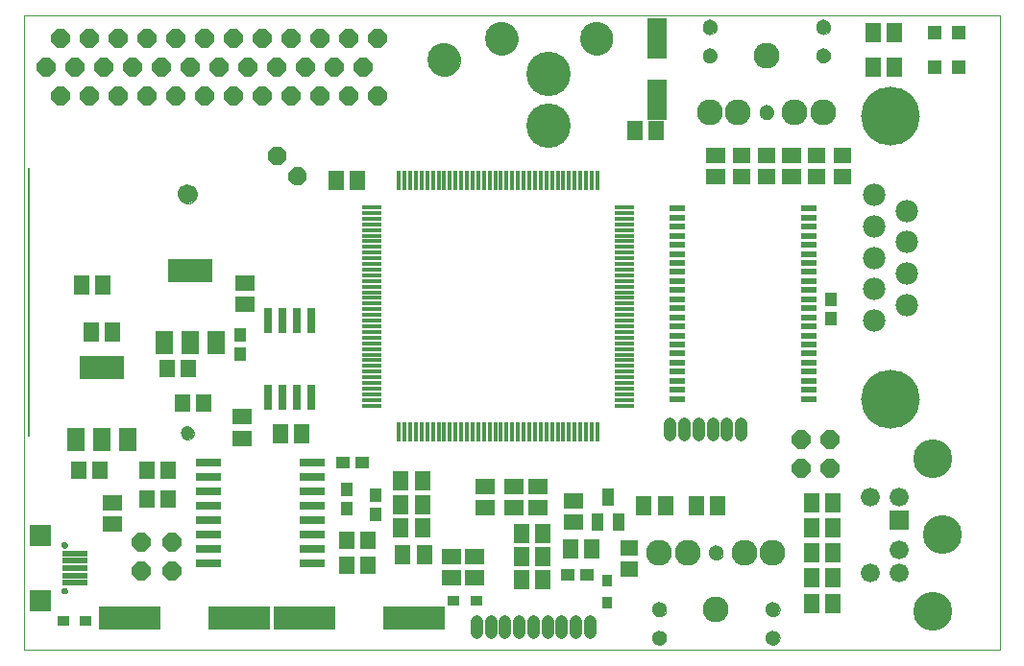
<source format=gts>
G75*
%MOIN*%
%OFA0B0*%
%FSLAX25Y25*%
%IPPOS*%
%LPD*%
%AMOC8*
5,1,8,0,0,1.08239X$1,22.5*
%
%ADD10C,0.00000*%
%ADD11R,0.01581X0.06699*%
%ADD12R,0.06699X0.01581*%
%ADD13R,0.05518X0.01975*%
%ADD14R,0.04337X0.04731*%
%ADD15R,0.02800X0.09100*%
%ADD16R,0.05518X0.06699*%
%ADD17C,0.09000*%
%ADD18C,0.05124*%
%ADD19R,0.04337X0.05912*%
%ADD20R,0.06699X0.05518*%
%ADD21R,0.06306X0.05518*%
%ADD22R,0.04731X0.04337*%
%ADD23R,0.06300X0.08300*%
%ADD24R,0.15400X0.08300*%
%ADD25R,0.05518X0.06306*%
%ADD26C,0.07800*%
%ADD27C,0.20400*%
%ADD28R,0.09061X0.02762*%
%ADD29R,0.21400X0.08000*%
%ADD30R,0.06699X0.14180*%
%ADD31R,0.05124X0.05124*%
%ADD32C,0.04369*%
%ADD33OC8,0.06400*%
%ADD34C,0.01280*%
%ADD35R,0.06600X0.06600*%
%ADD36C,0.06600*%
%ADD37C,0.13500*%
%ADD38R,0.03550X0.04337*%
%ADD39R,0.04337X0.03550*%
%ADD40C,0.11424*%
%ADD41R,0.08700X0.02000*%
%ADD42R,0.07450X0.07450*%
%ADD43C,0.02200*%
%ADD44C,0.00500*%
%ADD45C,0.06699*%
%ADD46C,0.04731*%
%ADD47C,0.15400*%
D10*
X0004300Y0012866D02*
X0004300Y0233366D01*
X0342800Y0233366D01*
X0342800Y0012866D01*
X0004300Y0012866D01*
X0017300Y0033466D02*
X0017302Y0033525D01*
X0017308Y0033585D01*
X0017318Y0033643D01*
X0017331Y0033701D01*
X0017349Y0033758D01*
X0017370Y0033814D01*
X0017395Y0033868D01*
X0017423Y0033920D01*
X0017455Y0033971D01*
X0017490Y0034019D01*
X0017528Y0034065D01*
X0017569Y0034108D01*
X0017613Y0034148D01*
X0017659Y0034185D01*
X0017708Y0034219D01*
X0017759Y0034250D01*
X0017811Y0034278D01*
X0017866Y0034302D01*
X0017922Y0034322D01*
X0017979Y0034338D01*
X0018037Y0034351D01*
X0018096Y0034360D01*
X0018155Y0034365D01*
X0018215Y0034366D01*
X0018274Y0034363D01*
X0018333Y0034356D01*
X0018392Y0034345D01*
X0018450Y0034331D01*
X0018506Y0034312D01*
X0018562Y0034290D01*
X0018615Y0034265D01*
X0018667Y0034235D01*
X0018717Y0034203D01*
X0018764Y0034167D01*
X0018810Y0034128D01*
X0018852Y0034086D01*
X0018892Y0034042D01*
X0018928Y0033995D01*
X0018961Y0033946D01*
X0018992Y0033894D01*
X0019018Y0033841D01*
X0019041Y0033786D01*
X0019060Y0033730D01*
X0019076Y0033672D01*
X0019088Y0033614D01*
X0019096Y0033555D01*
X0019100Y0033496D01*
X0019100Y0033436D01*
X0019096Y0033377D01*
X0019088Y0033318D01*
X0019076Y0033260D01*
X0019060Y0033202D01*
X0019041Y0033146D01*
X0019018Y0033091D01*
X0018992Y0033038D01*
X0018961Y0032986D01*
X0018928Y0032937D01*
X0018892Y0032890D01*
X0018852Y0032846D01*
X0018810Y0032804D01*
X0018764Y0032765D01*
X0018717Y0032729D01*
X0018667Y0032697D01*
X0018615Y0032667D01*
X0018562Y0032642D01*
X0018506Y0032620D01*
X0018450Y0032601D01*
X0018392Y0032587D01*
X0018333Y0032576D01*
X0018274Y0032569D01*
X0018215Y0032566D01*
X0018155Y0032567D01*
X0018096Y0032572D01*
X0018037Y0032581D01*
X0017979Y0032594D01*
X0017922Y0032610D01*
X0017866Y0032630D01*
X0017811Y0032654D01*
X0017759Y0032682D01*
X0017708Y0032713D01*
X0017659Y0032747D01*
X0017613Y0032784D01*
X0017569Y0032824D01*
X0017528Y0032867D01*
X0017490Y0032913D01*
X0017455Y0032961D01*
X0017423Y0033012D01*
X0017395Y0033064D01*
X0017370Y0033118D01*
X0017349Y0033174D01*
X0017331Y0033231D01*
X0017318Y0033289D01*
X0017308Y0033347D01*
X0017302Y0033407D01*
X0017300Y0033466D01*
X0017300Y0049266D02*
X0017302Y0049325D01*
X0017308Y0049385D01*
X0017318Y0049443D01*
X0017331Y0049501D01*
X0017349Y0049558D01*
X0017370Y0049614D01*
X0017395Y0049668D01*
X0017423Y0049720D01*
X0017455Y0049771D01*
X0017490Y0049819D01*
X0017528Y0049865D01*
X0017569Y0049908D01*
X0017613Y0049948D01*
X0017659Y0049985D01*
X0017708Y0050019D01*
X0017759Y0050050D01*
X0017811Y0050078D01*
X0017866Y0050102D01*
X0017922Y0050122D01*
X0017979Y0050138D01*
X0018037Y0050151D01*
X0018096Y0050160D01*
X0018155Y0050165D01*
X0018215Y0050166D01*
X0018274Y0050163D01*
X0018333Y0050156D01*
X0018392Y0050145D01*
X0018450Y0050131D01*
X0018506Y0050112D01*
X0018562Y0050090D01*
X0018615Y0050065D01*
X0018667Y0050035D01*
X0018717Y0050003D01*
X0018764Y0049967D01*
X0018810Y0049928D01*
X0018852Y0049886D01*
X0018892Y0049842D01*
X0018928Y0049795D01*
X0018961Y0049746D01*
X0018992Y0049694D01*
X0019018Y0049641D01*
X0019041Y0049586D01*
X0019060Y0049530D01*
X0019076Y0049472D01*
X0019088Y0049414D01*
X0019096Y0049355D01*
X0019100Y0049296D01*
X0019100Y0049236D01*
X0019096Y0049177D01*
X0019088Y0049118D01*
X0019076Y0049060D01*
X0019060Y0049002D01*
X0019041Y0048946D01*
X0019018Y0048891D01*
X0018992Y0048838D01*
X0018961Y0048786D01*
X0018928Y0048737D01*
X0018892Y0048690D01*
X0018852Y0048646D01*
X0018810Y0048604D01*
X0018764Y0048565D01*
X0018717Y0048529D01*
X0018667Y0048497D01*
X0018615Y0048467D01*
X0018562Y0048442D01*
X0018506Y0048420D01*
X0018450Y0048401D01*
X0018392Y0048387D01*
X0018333Y0048376D01*
X0018274Y0048369D01*
X0018215Y0048366D01*
X0018155Y0048367D01*
X0018096Y0048372D01*
X0018037Y0048381D01*
X0017979Y0048394D01*
X0017922Y0048410D01*
X0017866Y0048430D01*
X0017811Y0048454D01*
X0017759Y0048482D01*
X0017708Y0048513D01*
X0017659Y0048547D01*
X0017613Y0048584D01*
X0017569Y0048624D01*
X0017528Y0048667D01*
X0017490Y0048713D01*
X0017455Y0048761D01*
X0017423Y0048812D01*
X0017395Y0048864D01*
X0017370Y0048918D01*
X0017349Y0048974D01*
X0017331Y0049031D01*
X0017318Y0049089D01*
X0017308Y0049147D01*
X0017302Y0049207D01*
X0017300Y0049266D01*
X0058760Y0088241D02*
X0058762Y0088334D01*
X0058768Y0088426D01*
X0058778Y0088518D01*
X0058792Y0088609D01*
X0058809Y0088700D01*
X0058831Y0088790D01*
X0058856Y0088879D01*
X0058885Y0088967D01*
X0058918Y0089053D01*
X0058955Y0089138D01*
X0058995Y0089222D01*
X0059039Y0089303D01*
X0059086Y0089383D01*
X0059136Y0089461D01*
X0059190Y0089536D01*
X0059247Y0089609D01*
X0059307Y0089679D01*
X0059370Y0089747D01*
X0059436Y0089812D01*
X0059504Y0089874D01*
X0059575Y0089934D01*
X0059649Y0089990D01*
X0059725Y0090043D01*
X0059803Y0090092D01*
X0059883Y0090139D01*
X0059965Y0090181D01*
X0060049Y0090221D01*
X0060134Y0090256D01*
X0060221Y0090288D01*
X0060309Y0090317D01*
X0060398Y0090341D01*
X0060488Y0090362D01*
X0060579Y0090378D01*
X0060671Y0090391D01*
X0060763Y0090400D01*
X0060856Y0090405D01*
X0060948Y0090406D01*
X0061041Y0090403D01*
X0061133Y0090396D01*
X0061225Y0090385D01*
X0061316Y0090370D01*
X0061407Y0090352D01*
X0061497Y0090329D01*
X0061585Y0090303D01*
X0061673Y0090273D01*
X0061759Y0090239D01*
X0061843Y0090202D01*
X0061926Y0090160D01*
X0062007Y0090116D01*
X0062087Y0090068D01*
X0062164Y0090017D01*
X0062238Y0089962D01*
X0062311Y0089904D01*
X0062381Y0089844D01*
X0062448Y0089780D01*
X0062512Y0089714D01*
X0062574Y0089644D01*
X0062632Y0089573D01*
X0062687Y0089499D01*
X0062739Y0089422D01*
X0062788Y0089343D01*
X0062834Y0089263D01*
X0062876Y0089180D01*
X0062914Y0089096D01*
X0062949Y0089010D01*
X0062980Y0088923D01*
X0063007Y0088835D01*
X0063030Y0088745D01*
X0063050Y0088655D01*
X0063066Y0088564D01*
X0063078Y0088472D01*
X0063086Y0088380D01*
X0063090Y0088287D01*
X0063090Y0088195D01*
X0063086Y0088102D01*
X0063078Y0088010D01*
X0063066Y0087918D01*
X0063050Y0087827D01*
X0063030Y0087737D01*
X0063007Y0087647D01*
X0062980Y0087559D01*
X0062949Y0087472D01*
X0062914Y0087386D01*
X0062876Y0087302D01*
X0062834Y0087219D01*
X0062788Y0087139D01*
X0062739Y0087060D01*
X0062687Y0086983D01*
X0062632Y0086909D01*
X0062574Y0086838D01*
X0062512Y0086768D01*
X0062448Y0086702D01*
X0062381Y0086638D01*
X0062311Y0086578D01*
X0062238Y0086520D01*
X0062164Y0086465D01*
X0062087Y0086414D01*
X0062008Y0086366D01*
X0061926Y0086322D01*
X0061843Y0086280D01*
X0061759Y0086243D01*
X0061673Y0086209D01*
X0061585Y0086179D01*
X0061497Y0086153D01*
X0061407Y0086130D01*
X0061316Y0086112D01*
X0061225Y0086097D01*
X0061133Y0086086D01*
X0061041Y0086079D01*
X0060948Y0086076D01*
X0060856Y0086077D01*
X0060763Y0086082D01*
X0060671Y0086091D01*
X0060579Y0086104D01*
X0060488Y0086120D01*
X0060398Y0086141D01*
X0060309Y0086165D01*
X0060221Y0086194D01*
X0060134Y0086226D01*
X0060049Y0086261D01*
X0059965Y0086301D01*
X0059883Y0086343D01*
X0059803Y0086390D01*
X0059725Y0086439D01*
X0059649Y0086492D01*
X0059575Y0086548D01*
X0059504Y0086608D01*
X0059436Y0086670D01*
X0059370Y0086735D01*
X0059307Y0086803D01*
X0059247Y0086873D01*
X0059190Y0086946D01*
X0059136Y0087021D01*
X0059086Y0087099D01*
X0059039Y0087179D01*
X0058995Y0087260D01*
X0058955Y0087344D01*
X0058918Y0087429D01*
X0058885Y0087515D01*
X0058856Y0087603D01*
X0058831Y0087692D01*
X0058809Y0087782D01*
X0058792Y0087873D01*
X0058778Y0087964D01*
X0058768Y0088056D01*
X0058762Y0088148D01*
X0058760Y0088241D01*
X0057775Y0171241D02*
X0057777Y0171353D01*
X0057783Y0171464D01*
X0057793Y0171576D01*
X0057807Y0171687D01*
X0057824Y0171797D01*
X0057846Y0171907D01*
X0057872Y0172016D01*
X0057901Y0172124D01*
X0057934Y0172230D01*
X0057971Y0172336D01*
X0058012Y0172440D01*
X0058057Y0172543D01*
X0058105Y0172644D01*
X0058156Y0172743D01*
X0058211Y0172840D01*
X0058270Y0172935D01*
X0058331Y0173029D01*
X0058396Y0173120D01*
X0058465Y0173208D01*
X0058536Y0173294D01*
X0058610Y0173378D01*
X0058688Y0173458D01*
X0058768Y0173536D01*
X0058851Y0173612D01*
X0058936Y0173684D01*
X0059024Y0173753D01*
X0059114Y0173819D01*
X0059207Y0173881D01*
X0059302Y0173941D01*
X0059399Y0173997D01*
X0059497Y0174049D01*
X0059598Y0174098D01*
X0059700Y0174143D01*
X0059804Y0174185D01*
X0059909Y0174223D01*
X0060016Y0174257D01*
X0060123Y0174287D01*
X0060232Y0174314D01*
X0060341Y0174336D01*
X0060452Y0174355D01*
X0060562Y0174370D01*
X0060674Y0174381D01*
X0060785Y0174388D01*
X0060897Y0174391D01*
X0061009Y0174390D01*
X0061121Y0174385D01*
X0061232Y0174376D01*
X0061343Y0174363D01*
X0061454Y0174346D01*
X0061564Y0174326D01*
X0061673Y0174301D01*
X0061781Y0174273D01*
X0061888Y0174240D01*
X0061994Y0174204D01*
X0062098Y0174164D01*
X0062201Y0174121D01*
X0062303Y0174074D01*
X0062402Y0174023D01*
X0062500Y0173969D01*
X0062596Y0173911D01*
X0062690Y0173850D01*
X0062781Y0173786D01*
X0062870Y0173719D01*
X0062957Y0173648D01*
X0063041Y0173574D01*
X0063123Y0173498D01*
X0063201Y0173418D01*
X0063277Y0173336D01*
X0063350Y0173251D01*
X0063420Y0173164D01*
X0063486Y0173074D01*
X0063550Y0172982D01*
X0063610Y0172888D01*
X0063667Y0172792D01*
X0063720Y0172693D01*
X0063770Y0172593D01*
X0063816Y0172492D01*
X0063859Y0172388D01*
X0063898Y0172283D01*
X0063933Y0172177D01*
X0063964Y0172070D01*
X0063992Y0171961D01*
X0064015Y0171852D01*
X0064035Y0171742D01*
X0064051Y0171631D01*
X0064063Y0171520D01*
X0064071Y0171409D01*
X0064075Y0171297D01*
X0064075Y0171185D01*
X0064071Y0171073D01*
X0064063Y0170962D01*
X0064051Y0170851D01*
X0064035Y0170740D01*
X0064015Y0170630D01*
X0063992Y0170521D01*
X0063964Y0170412D01*
X0063933Y0170305D01*
X0063898Y0170199D01*
X0063859Y0170094D01*
X0063816Y0169990D01*
X0063770Y0169889D01*
X0063720Y0169789D01*
X0063667Y0169690D01*
X0063610Y0169594D01*
X0063550Y0169500D01*
X0063486Y0169408D01*
X0063420Y0169318D01*
X0063350Y0169231D01*
X0063277Y0169146D01*
X0063201Y0169064D01*
X0063123Y0168984D01*
X0063041Y0168908D01*
X0062957Y0168834D01*
X0062870Y0168763D01*
X0062781Y0168696D01*
X0062690Y0168632D01*
X0062596Y0168571D01*
X0062500Y0168513D01*
X0062402Y0168459D01*
X0062303Y0168408D01*
X0062201Y0168361D01*
X0062098Y0168318D01*
X0061994Y0168278D01*
X0061888Y0168242D01*
X0061781Y0168209D01*
X0061673Y0168181D01*
X0061564Y0168156D01*
X0061454Y0168136D01*
X0061343Y0168119D01*
X0061232Y0168106D01*
X0061121Y0168097D01*
X0061009Y0168092D01*
X0060897Y0168091D01*
X0060785Y0168094D01*
X0060674Y0168101D01*
X0060562Y0168112D01*
X0060452Y0168127D01*
X0060341Y0168146D01*
X0060232Y0168168D01*
X0060123Y0168195D01*
X0060016Y0168225D01*
X0059909Y0168259D01*
X0059804Y0168297D01*
X0059700Y0168339D01*
X0059598Y0168384D01*
X0059497Y0168433D01*
X0059399Y0168485D01*
X0059302Y0168541D01*
X0059207Y0168601D01*
X0059114Y0168663D01*
X0059024Y0168729D01*
X0058936Y0168798D01*
X0058851Y0168870D01*
X0058768Y0168946D01*
X0058688Y0169024D01*
X0058610Y0169104D01*
X0058536Y0169188D01*
X0058465Y0169274D01*
X0058396Y0169362D01*
X0058331Y0169453D01*
X0058270Y0169547D01*
X0058211Y0169642D01*
X0058156Y0169739D01*
X0058105Y0169838D01*
X0058057Y0169939D01*
X0058012Y0170042D01*
X0057971Y0170146D01*
X0057934Y0170252D01*
X0057901Y0170358D01*
X0057872Y0170466D01*
X0057846Y0170575D01*
X0057824Y0170685D01*
X0057807Y0170795D01*
X0057793Y0170906D01*
X0057783Y0171018D01*
X0057777Y0171129D01*
X0057775Y0171241D01*
X0144413Y0217866D02*
X0144415Y0218014D01*
X0144421Y0218162D01*
X0144431Y0218310D01*
X0144445Y0218457D01*
X0144463Y0218604D01*
X0144484Y0218750D01*
X0144510Y0218896D01*
X0144540Y0219041D01*
X0144573Y0219185D01*
X0144611Y0219328D01*
X0144652Y0219470D01*
X0144697Y0219611D01*
X0144745Y0219751D01*
X0144798Y0219890D01*
X0144854Y0220027D01*
X0144914Y0220162D01*
X0144977Y0220296D01*
X0145044Y0220428D01*
X0145115Y0220558D01*
X0145189Y0220686D01*
X0145266Y0220812D01*
X0145347Y0220936D01*
X0145431Y0221058D01*
X0145518Y0221177D01*
X0145609Y0221294D01*
X0145703Y0221409D01*
X0145799Y0221521D01*
X0145899Y0221631D01*
X0146001Y0221737D01*
X0146107Y0221841D01*
X0146215Y0221942D01*
X0146326Y0222040D01*
X0146439Y0222136D01*
X0146555Y0222228D01*
X0146673Y0222317D01*
X0146794Y0222402D01*
X0146917Y0222485D01*
X0147042Y0222564D01*
X0147169Y0222640D01*
X0147298Y0222712D01*
X0147429Y0222781D01*
X0147562Y0222846D01*
X0147697Y0222907D01*
X0147833Y0222965D01*
X0147970Y0223020D01*
X0148109Y0223070D01*
X0148250Y0223117D01*
X0148391Y0223160D01*
X0148534Y0223200D01*
X0148678Y0223235D01*
X0148822Y0223267D01*
X0148968Y0223294D01*
X0149114Y0223318D01*
X0149261Y0223338D01*
X0149408Y0223354D01*
X0149555Y0223366D01*
X0149703Y0223374D01*
X0149851Y0223378D01*
X0149999Y0223378D01*
X0150147Y0223374D01*
X0150295Y0223366D01*
X0150442Y0223354D01*
X0150589Y0223338D01*
X0150736Y0223318D01*
X0150882Y0223294D01*
X0151028Y0223267D01*
X0151172Y0223235D01*
X0151316Y0223200D01*
X0151459Y0223160D01*
X0151600Y0223117D01*
X0151741Y0223070D01*
X0151880Y0223020D01*
X0152017Y0222965D01*
X0152153Y0222907D01*
X0152288Y0222846D01*
X0152421Y0222781D01*
X0152552Y0222712D01*
X0152681Y0222640D01*
X0152808Y0222564D01*
X0152933Y0222485D01*
X0153056Y0222402D01*
X0153177Y0222317D01*
X0153295Y0222228D01*
X0153411Y0222136D01*
X0153524Y0222040D01*
X0153635Y0221942D01*
X0153743Y0221841D01*
X0153849Y0221737D01*
X0153951Y0221631D01*
X0154051Y0221521D01*
X0154147Y0221409D01*
X0154241Y0221294D01*
X0154332Y0221177D01*
X0154419Y0221058D01*
X0154503Y0220936D01*
X0154584Y0220812D01*
X0154661Y0220686D01*
X0154735Y0220558D01*
X0154806Y0220428D01*
X0154873Y0220296D01*
X0154936Y0220162D01*
X0154996Y0220027D01*
X0155052Y0219890D01*
X0155105Y0219751D01*
X0155153Y0219611D01*
X0155198Y0219470D01*
X0155239Y0219328D01*
X0155277Y0219185D01*
X0155310Y0219041D01*
X0155340Y0218896D01*
X0155366Y0218750D01*
X0155387Y0218604D01*
X0155405Y0218457D01*
X0155419Y0218310D01*
X0155429Y0218162D01*
X0155435Y0218014D01*
X0155437Y0217866D01*
X0155435Y0217718D01*
X0155429Y0217570D01*
X0155419Y0217422D01*
X0155405Y0217275D01*
X0155387Y0217128D01*
X0155366Y0216982D01*
X0155340Y0216836D01*
X0155310Y0216691D01*
X0155277Y0216547D01*
X0155239Y0216404D01*
X0155198Y0216262D01*
X0155153Y0216121D01*
X0155105Y0215981D01*
X0155052Y0215842D01*
X0154996Y0215705D01*
X0154936Y0215570D01*
X0154873Y0215436D01*
X0154806Y0215304D01*
X0154735Y0215174D01*
X0154661Y0215046D01*
X0154584Y0214920D01*
X0154503Y0214796D01*
X0154419Y0214674D01*
X0154332Y0214555D01*
X0154241Y0214438D01*
X0154147Y0214323D01*
X0154051Y0214211D01*
X0153951Y0214101D01*
X0153849Y0213995D01*
X0153743Y0213891D01*
X0153635Y0213790D01*
X0153524Y0213692D01*
X0153411Y0213596D01*
X0153295Y0213504D01*
X0153177Y0213415D01*
X0153056Y0213330D01*
X0152933Y0213247D01*
X0152808Y0213168D01*
X0152681Y0213092D01*
X0152552Y0213020D01*
X0152421Y0212951D01*
X0152288Y0212886D01*
X0152153Y0212825D01*
X0152017Y0212767D01*
X0151880Y0212712D01*
X0151741Y0212662D01*
X0151600Y0212615D01*
X0151459Y0212572D01*
X0151316Y0212532D01*
X0151172Y0212497D01*
X0151028Y0212465D01*
X0150882Y0212438D01*
X0150736Y0212414D01*
X0150589Y0212394D01*
X0150442Y0212378D01*
X0150295Y0212366D01*
X0150147Y0212358D01*
X0149999Y0212354D01*
X0149851Y0212354D01*
X0149703Y0212358D01*
X0149555Y0212366D01*
X0149408Y0212378D01*
X0149261Y0212394D01*
X0149114Y0212414D01*
X0148968Y0212438D01*
X0148822Y0212465D01*
X0148678Y0212497D01*
X0148534Y0212532D01*
X0148391Y0212572D01*
X0148250Y0212615D01*
X0148109Y0212662D01*
X0147970Y0212712D01*
X0147833Y0212767D01*
X0147697Y0212825D01*
X0147562Y0212886D01*
X0147429Y0212951D01*
X0147298Y0213020D01*
X0147169Y0213092D01*
X0147042Y0213168D01*
X0146917Y0213247D01*
X0146794Y0213330D01*
X0146673Y0213415D01*
X0146555Y0213504D01*
X0146439Y0213596D01*
X0146326Y0213692D01*
X0146215Y0213790D01*
X0146107Y0213891D01*
X0146001Y0213995D01*
X0145899Y0214101D01*
X0145799Y0214211D01*
X0145703Y0214323D01*
X0145609Y0214438D01*
X0145518Y0214555D01*
X0145431Y0214674D01*
X0145347Y0214796D01*
X0145266Y0214920D01*
X0145189Y0215046D01*
X0145115Y0215174D01*
X0145044Y0215304D01*
X0144977Y0215436D01*
X0144914Y0215570D01*
X0144854Y0215705D01*
X0144798Y0215842D01*
X0144745Y0215981D01*
X0144697Y0216121D01*
X0144652Y0216262D01*
X0144611Y0216404D01*
X0144573Y0216547D01*
X0144540Y0216691D01*
X0144510Y0216836D01*
X0144484Y0216982D01*
X0144463Y0217128D01*
X0144445Y0217275D01*
X0144431Y0217422D01*
X0144421Y0217570D01*
X0144415Y0217718D01*
X0144413Y0217866D01*
X0164382Y0225267D02*
X0164384Y0225415D01*
X0164390Y0225563D01*
X0164400Y0225711D01*
X0164414Y0225858D01*
X0164432Y0226005D01*
X0164453Y0226151D01*
X0164479Y0226297D01*
X0164509Y0226442D01*
X0164542Y0226586D01*
X0164580Y0226729D01*
X0164621Y0226871D01*
X0164666Y0227012D01*
X0164714Y0227152D01*
X0164767Y0227291D01*
X0164823Y0227428D01*
X0164883Y0227563D01*
X0164946Y0227697D01*
X0165013Y0227829D01*
X0165084Y0227959D01*
X0165158Y0228087D01*
X0165235Y0228213D01*
X0165316Y0228337D01*
X0165400Y0228459D01*
X0165487Y0228578D01*
X0165578Y0228695D01*
X0165672Y0228810D01*
X0165768Y0228922D01*
X0165868Y0229032D01*
X0165970Y0229138D01*
X0166076Y0229242D01*
X0166184Y0229343D01*
X0166295Y0229441D01*
X0166408Y0229537D01*
X0166524Y0229629D01*
X0166642Y0229718D01*
X0166763Y0229803D01*
X0166886Y0229886D01*
X0167011Y0229965D01*
X0167138Y0230041D01*
X0167267Y0230113D01*
X0167398Y0230182D01*
X0167531Y0230247D01*
X0167666Y0230308D01*
X0167802Y0230366D01*
X0167939Y0230421D01*
X0168078Y0230471D01*
X0168219Y0230518D01*
X0168360Y0230561D01*
X0168503Y0230601D01*
X0168647Y0230636D01*
X0168791Y0230668D01*
X0168937Y0230695D01*
X0169083Y0230719D01*
X0169230Y0230739D01*
X0169377Y0230755D01*
X0169524Y0230767D01*
X0169672Y0230775D01*
X0169820Y0230779D01*
X0169968Y0230779D01*
X0170116Y0230775D01*
X0170264Y0230767D01*
X0170411Y0230755D01*
X0170558Y0230739D01*
X0170705Y0230719D01*
X0170851Y0230695D01*
X0170997Y0230668D01*
X0171141Y0230636D01*
X0171285Y0230601D01*
X0171428Y0230561D01*
X0171569Y0230518D01*
X0171710Y0230471D01*
X0171849Y0230421D01*
X0171986Y0230366D01*
X0172122Y0230308D01*
X0172257Y0230247D01*
X0172390Y0230182D01*
X0172521Y0230113D01*
X0172650Y0230041D01*
X0172777Y0229965D01*
X0172902Y0229886D01*
X0173025Y0229803D01*
X0173146Y0229718D01*
X0173264Y0229629D01*
X0173380Y0229537D01*
X0173493Y0229441D01*
X0173604Y0229343D01*
X0173712Y0229242D01*
X0173818Y0229138D01*
X0173920Y0229032D01*
X0174020Y0228922D01*
X0174116Y0228810D01*
X0174210Y0228695D01*
X0174301Y0228578D01*
X0174388Y0228459D01*
X0174472Y0228337D01*
X0174553Y0228213D01*
X0174630Y0228087D01*
X0174704Y0227959D01*
X0174775Y0227829D01*
X0174842Y0227697D01*
X0174905Y0227563D01*
X0174965Y0227428D01*
X0175021Y0227291D01*
X0175074Y0227152D01*
X0175122Y0227012D01*
X0175167Y0226871D01*
X0175208Y0226729D01*
X0175246Y0226586D01*
X0175279Y0226442D01*
X0175309Y0226297D01*
X0175335Y0226151D01*
X0175356Y0226005D01*
X0175374Y0225858D01*
X0175388Y0225711D01*
X0175398Y0225563D01*
X0175404Y0225415D01*
X0175406Y0225267D01*
X0175404Y0225119D01*
X0175398Y0224971D01*
X0175388Y0224823D01*
X0175374Y0224676D01*
X0175356Y0224529D01*
X0175335Y0224383D01*
X0175309Y0224237D01*
X0175279Y0224092D01*
X0175246Y0223948D01*
X0175208Y0223805D01*
X0175167Y0223663D01*
X0175122Y0223522D01*
X0175074Y0223382D01*
X0175021Y0223243D01*
X0174965Y0223106D01*
X0174905Y0222971D01*
X0174842Y0222837D01*
X0174775Y0222705D01*
X0174704Y0222575D01*
X0174630Y0222447D01*
X0174553Y0222321D01*
X0174472Y0222197D01*
X0174388Y0222075D01*
X0174301Y0221956D01*
X0174210Y0221839D01*
X0174116Y0221724D01*
X0174020Y0221612D01*
X0173920Y0221502D01*
X0173818Y0221396D01*
X0173712Y0221292D01*
X0173604Y0221191D01*
X0173493Y0221093D01*
X0173380Y0220997D01*
X0173264Y0220905D01*
X0173146Y0220816D01*
X0173025Y0220731D01*
X0172902Y0220648D01*
X0172777Y0220569D01*
X0172650Y0220493D01*
X0172521Y0220421D01*
X0172390Y0220352D01*
X0172257Y0220287D01*
X0172122Y0220226D01*
X0171986Y0220168D01*
X0171849Y0220113D01*
X0171710Y0220063D01*
X0171569Y0220016D01*
X0171428Y0219973D01*
X0171285Y0219933D01*
X0171141Y0219898D01*
X0170997Y0219866D01*
X0170851Y0219839D01*
X0170705Y0219815D01*
X0170558Y0219795D01*
X0170411Y0219779D01*
X0170264Y0219767D01*
X0170116Y0219759D01*
X0169968Y0219755D01*
X0169820Y0219755D01*
X0169672Y0219759D01*
X0169524Y0219767D01*
X0169377Y0219779D01*
X0169230Y0219795D01*
X0169083Y0219815D01*
X0168937Y0219839D01*
X0168791Y0219866D01*
X0168647Y0219898D01*
X0168503Y0219933D01*
X0168360Y0219973D01*
X0168219Y0220016D01*
X0168078Y0220063D01*
X0167939Y0220113D01*
X0167802Y0220168D01*
X0167666Y0220226D01*
X0167531Y0220287D01*
X0167398Y0220352D01*
X0167267Y0220421D01*
X0167138Y0220493D01*
X0167011Y0220569D01*
X0166886Y0220648D01*
X0166763Y0220731D01*
X0166642Y0220816D01*
X0166524Y0220905D01*
X0166408Y0220997D01*
X0166295Y0221093D01*
X0166184Y0221191D01*
X0166076Y0221292D01*
X0165970Y0221396D01*
X0165868Y0221502D01*
X0165768Y0221612D01*
X0165672Y0221724D01*
X0165578Y0221839D01*
X0165487Y0221956D01*
X0165400Y0222075D01*
X0165316Y0222197D01*
X0165235Y0222321D01*
X0165158Y0222447D01*
X0165084Y0222575D01*
X0165013Y0222705D01*
X0164946Y0222837D01*
X0164883Y0222971D01*
X0164823Y0223106D01*
X0164767Y0223243D01*
X0164714Y0223382D01*
X0164666Y0223522D01*
X0164621Y0223663D01*
X0164580Y0223805D01*
X0164542Y0223948D01*
X0164509Y0224092D01*
X0164479Y0224237D01*
X0164453Y0224383D01*
X0164432Y0224529D01*
X0164414Y0224676D01*
X0164400Y0224823D01*
X0164390Y0224971D01*
X0164384Y0225119D01*
X0164382Y0225267D01*
X0197256Y0225267D02*
X0197258Y0225415D01*
X0197264Y0225563D01*
X0197274Y0225711D01*
X0197288Y0225858D01*
X0197306Y0226005D01*
X0197327Y0226151D01*
X0197353Y0226297D01*
X0197383Y0226442D01*
X0197416Y0226586D01*
X0197454Y0226729D01*
X0197495Y0226871D01*
X0197540Y0227012D01*
X0197588Y0227152D01*
X0197641Y0227291D01*
X0197697Y0227428D01*
X0197757Y0227563D01*
X0197820Y0227697D01*
X0197887Y0227829D01*
X0197958Y0227959D01*
X0198032Y0228087D01*
X0198109Y0228213D01*
X0198190Y0228337D01*
X0198274Y0228459D01*
X0198361Y0228578D01*
X0198452Y0228695D01*
X0198546Y0228810D01*
X0198642Y0228922D01*
X0198742Y0229032D01*
X0198844Y0229138D01*
X0198950Y0229242D01*
X0199058Y0229343D01*
X0199169Y0229441D01*
X0199282Y0229537D01*
X0199398Y0229629D01*
X0199516Y0229718D01*
X0199637Y0229803D01*
X0199760Y0229886D01*
X0199885Y0229965D01*
X0200012Y0230041D01*
X0200141Y0230113D01*
X0200272Y0230182D01*
X0200405Y0230247D01*
X0200540Y0230308D01*
X0200676Y0230366D01*
X0200813Y0230421D01*
X0200952Y0230471D01*
X0201093Y0230518D01*
X0201234Y0230561D01*
X0201377Y0230601D01*
X0201521Y0230636D01*
X0201665Y0230668D01*
X0201811Y0230695D01*
X0201957Y0230719D01*
X0202104Y0230739D01*
X0202251Y0230755D01*
X0202398Y0230767D01*
X0202546Y0230775D01*
X0202694Y0230779D01*
X0202842Y0230779D01*
X0202990Y0230775D01*
X0203138Y0230767D01*
X0203285Y0230755D01*
X0203432Y0230739D01*
X0203579Y0230719D01*
X0203725Y0230695D01*
X0203871Y0230668D01*
X0204015Y0230636D01*
X0204159Y0230601D01*
X0204302Y0230561D01*
X0204443Y0230518D01*
X0204584Y0230471D01*
X0204723Y0230421D01*
X0204860Y0230366D01*
X0204996Y0230308D01*
X0205131Y0230247D01*
X0205264Y0230182D01*
X0205395Y0230113D01*
X0205524Y0230041D01*
X0205651Y0229965D01*
X0205776Y0229886D01*
X0205899Y0229803D01*
X0206020Y0229718D01*
X0206138Y0229629D01*
X0206254Y0229537D01*
X0206367Y0229441D01*
X0206478Y0229343D01*
X0206586Y0229242D01*
X0206692Y0229138D01*
X0206794Y0229032D01*
X0206894Y0228922D01*
X0206990Y0228810D01*
X0207084Y0228695D01*
X0207175Y0228578D01*
X0207262Y0228459D01*
X0207346Y0228337D01*
X0207427Y0228213D01*
X0207504Y0228087D01*
X0207578Y0227959D01*
X0207649Y0227829D01*
X0207716Y0227697D01*
X0207779Y0227563D01*
X0207839Y0227428D01*
X0207895Y0227291D01*
X0207948Y0227152D01*
X0207996Y0227012D01*
X0208041Y0226871D01*
X0208082Y0226729D01*
X0208120Y0226586D01*
X0208153Y0226442D01*
X0208183Y0226297D01*
X0208209Y0226151D01*
X0208230Y0226005D01*
X0208248Y0225858D01*
X0208262Y0225711D01*
X0208272Y0225563D01*
X0208278Y0225415D01*
X0208280Y0225267D01*
X0208278Y0225119D01*
X0208272Y0224971D01*
X0208262Y0224823D01*
X0208248Y0224676D01*
X0208230Y0224529D01*
X0208209Y0224383D01*
X0208183Y0224237D01*
X0208153Y0224092D01*
X0208120Y0223948D01*
X0208082Y0223805D01*
X0208041Y0223663D01*
X0207996Y0223522D01*
X0207948Y0223382D01*
X0207895Y0223243D01*
X0207839Y0223106D01*
X0207779Y0222971D01*
X0207716Y0222837D01*
X0207649Y0222705D01*
X0207578Y0222575D01*
X0207504Y0222447D01*
X0207427Y0222321D01*
X0207346Y0222197D01*
X0207262Y0222075D01*
X0207175Y0221956D01*
X0207084Y0221839D01*
X0206990Y0221724D01*
X0206894Y0221612D01*
X0206794Y0221502D01*
X0206692Y0221396D01*
X0206586Y0221292D01*
X0206478Y0221191D01*
X0206367Y0221093D01*
X0206254Y0220997D01*
X0206138Y0220905D01*
X0206020Y0220816D01*
X0205899Y0220731D01*
X0205776Y0220648D01*
X0205651Y0220569D01*
X0205524Y0220493D01*
X0205395Y0220421D01*
X0205264Y0220352D01*
X0205131Y0220287D01*
X0204996Y0220226D01*
X0204860Y0220168D01*
X0204723Y0220113D01*
X0204584Y0220063D01*
X0204443Y0220016D01*
X0204302Y0219973D01*
X0204159Y0219933D01*
X0204015Y0219898D01*
X0203871Y0219866D01*
X0203725Y0219839D01*
X0203579Y0219815D01*
X0203432Y0219795D01*
X0203285Y0219779D01*
X0203138Y0219767D01*
X0202990Y0219759D01*
X0202842Y0219755D01*
X0202694Y0219755D01*
X0202546Y0219759D01*
X0202398Y0219767D01*
X0202251Y0219779D01*
X0202104Y0219795D01*
X0201957Y0219815D01*
X0201811Y0219839D01*
X0201665Y0219866D01*
X0201521Y0219898D01*
X0201377Y0219933D01*
X0201234Y0219973D01*
X0201093Y0220016D01*
X0200952Y0220063D01*
X0200813Y0220113D01*
X0200676Y0220168D01*
X0200540Y0220226D01*
X0200405Y0220287D01*
X0200272Y0220352D01*
X0200141Y0220421D01*
X0200012Y0220493D01*
X0199885Y0220569D01*
X0199760Y0220648D01*
X0199637Y0220731D01*
X0199516Y0220816D01*
X0199398Y0220905D01*
X0199282Y0220997D01*
X0199169Y0221093D01*
X0199058Y0221191D01*
X0198950Y0221292D01*
X0198844Y0221396D01*
X0198742Y0221502D01*
X0198642Y0221612D01*
X0198546Y0221724D01*
X0198452Y0221839D01*
X0198361Y0221956D01*
X0198274Y0222075D01*
X0198190Y0222197D01*
X0198109Y0222321D01*
X0198032Y0222447D01*
X0197958Y0222575D01*
X0197887Y0222705D01*
X0197820Y0222837D01*
X0197757Y0222971D01*
X0197697Y0223106D01*
X0197641Y0223243D01*
X0197588Y0223382D01*
X0197540Y0223522D01*
X0197495Y0223663D01*
X0197454Y0223805D01*
X0197416Y0223948D01*
X0197383Y0224092D01*
X0197353Y0224237D01*
X0197327Y0224383D01*
X0197306Y0224529D01*
X0197288Y0224676D01*
X0197274Y0224823D01*
X0197264Y0224971D01*
X0197258Y0225119D01*
X0197256Y0225267D01*
X0239753Y0229208D02*
X0239755Y0229305D01*
X0239761Y0229402D01*
X0239771Y0229498D01*
X0239785Y0229594D01*
X0239803Y0229690D01*
X0239824Y0229784D01*
X0239850Y0229878D01*
X0239879Y0229970D01*
X0239913Y0230061D01*
X0239949Y0230151D01*
X0239990Y0230239D01*
X0240034Y0230325D01*
X0240082Y0230410D01*
X0240133Y0230492D01*
X0240187Y0230573D01*
X0240245Y0230651D01*
X0240306Y0230726D01*
X0240369Y0230799D01*
X0240436Y0230870D01*
X0240506Y0230937D01*
X0240578Y0231002D01*
X0240653Y0231063D01*
X0240731Y0231122D01*
X0240810Y0231177D01*
X0240892Y0231229D01*
X0240976Y0231277D01*
X0241062Y0231322D01*
X0241150Y0231364D01*
X0241239Y0231402D01*
X0241330Y0231436D01*
X0241422Y0231466D01*
X0241515Y0231493D01*
X0241610Y0231515D01*
X0241705Y0231534D01*
X0241801Y0231549D01*
X0241897Y0231560D01*
X0241994Y0231567D01*
X0242091Y0231570D01*
X0242188Y0231569D01*
X0242285Y0231564D01*
X0242381Y0231555D01*
X0242477Y0231542D01*
X0242573Y0231525D01*
X0242668Y0231504D01*
X0242761Y0231480D01*
X0242854Y0231451D01*
X0242946Y0231419D01*
X0243036Y0231383D01*
X0243124Y0231344D01*
X0243211Y0231300D01*
X0243296Y0231254D01*
X0243379Y0231203D01*
X0243460Y0231150D01*
X0243538Y0231093D01*
X0243615Y0231033D01*
X0243688Y0230970D01*
X0243759Y0230904D01*
X0243827Y0230835D01*
X0243893Y0230763D01*
X0243955Y0230689D01*
X0244014Y0230612D01*
X0244070Y0230533D01*
X0244123Y0230451D01*
X0244173Y0230368D01*
X0244218Y0230282D01*
X0244261Y0230195D01*
X0244300Y0230106D01*
X0244335Y0230016D01*
X0244366Y0229924D01*
X0244393Y0229831D01*
X0244417Y0229737D01*
X0244437Y0229642D01*
X0244453Y0229546D01*
X0244465Y0229450D01*
X0244473Y0229353D01*
X0244477Y0229256D01*
X0244477Y0229160D01*
X0244473Y0229063D01*
X0244465Y0228966D01*
X0244453Y0228870D01*
X0244437Y0228774D01*
X0244417Y0228679D01*
X0244393Y0228585D01*
X0244366Y0228492D01*
X0244335Y0228400D01*
X0244300Y0228310D01*
X0244261Y0228221D01*
X0244218Y0228134D01*
X0244173Y0228048D01*
X0244123Y0227965D01*
X0244070Y0227883D01*
X0244014Y0227804D01*
X0243955Y0227727D01*
X0243893Y0227653D01*
X0243827Y0227581D01*
X0243759Y0227512D01*
X0243688Y0227446D01*
X0243615Y0227383D01*
X0243538Y0227323D01*
X0243460Y0227266D01*
X0243379Y0227213D01*
X0243296Y0227162D01*
X0243211Y0227116D01*
X0243124Y0227072D01*
X0243036Y0227033D01*
X0242946Y0226997D01*
X0242854Y0226965D01*
X0242761Y0226936D01*
X0242668Y0226912D01*
X0242573Y0226891D01*
X0242477Y0226874D01*
X0242381Y0226861D01*
X0242285Y0226852D01*
X0242188Y0226847D01*
X0242091Y0226846D01*
X0241994Y0226849D01*
X0241897Y0226856D01*
X0241801Y0226867D01*
X0241705Y0226882D01*
X0241610Y0226901D01*
X0241515Y0226923D01*
X0241422Y0226950D01*
X0241330Y0226980D01*
X0241239Y0227014D01*
X0241150Y0227052D01*
X0241062Y0227094D01*
X0240976Y0227139D01*
X0240892Y0227187D01*
X0240810Y0227239D01*
X0240731Y0227294D01*
X0240653Y0227353D01*
X0240578Y0227414D01*
X0240506Y0227479D01*
X0240436Y0227546D01*
X0240369Y0227617D01*
X0240306Y0227690D01*
X0240245Y0227765D01*
X0240187Y0227843D01*
X0240133Y0227924D01*
X0240082Y0228006D01*
X0240034Y0228091D01*
X0239990Y0228177D01*
X0239949Y0228265D01*
X0239913Y0228355D01*
X0239879Y0228446D01*
X0239850Y0228538D01*
X0239824Y0228632D01*
X0239803Y0228726D01*
X0239785Y0228822D01*
X0239771Y0228918D01*
X0239761Y0229014D01*
X0239755Y0229111D01*
X0239753Y0229208D01*
X0239753Y0219366D02*
X0239755Y0219463D01*
X0239761Y0219560D01*
X0239771Y0219656D01*
X0239785Y0219752D01*
X0239803Y0219848D01*
X0239824Y0219942D01*
X0239850Y0220036D01*
X0239879Y0220128D01*
X0239913Y0220219D01*
X0239949Y0220309D01*
X0239990Y0220397D01*
X0240034Y0220483D01*
X0240082Y0220568D01*
X0240133Y0220650D01*
X0240187Y0220731D01*
X0240245Y0220809D01*
X0240306Y0220884D01*
X0240369Y0220957D01*
X0240436Y0221028D01*
X0240506Y0221095D01*
X0240578Y0221160D01*
X0240653Y0221221D01*
X0240731Y0221280D01*
X0240810Y0221335D01*
X0240892Y0221387D01*
X0240976Y0221435D01*
X0241062Y0221480D01*
X0241150Y0221522D01*
X0241239Y0221560D01*
X0241330Y0221594D01*
X0241422Y0221624D01*
X0241515Y0221651D01*
X0241610Y0221673D01*
X0241705Y0221692D01*
X0241801Y0221707D01*
X0241897Y0221718D01*
X0241994Y0221725D01*
X0242091Y0221728D01*
X0242188Y0221727D01*
X0242285Y0221722D01*
X0242381Y0221713D01*
X0242477Y0221700D01*
X0242573Y0221683D01*
X0242668Y0221662D01*
X0242761Y0221638D01*
X0242854Y0221609D01*
X0242946Y0221577D01*
X0243036Y0221541D01*
X0243124Y0221502D01*
X0243211Y0221458D01*
X0243296Y0221412D01*
X0243379Y0221361D01*
X0243460Y0221308D01*
X0243538Y0221251D01*
X0243615Y0221191D01*
X0243688Y0221128D01*
X0243759Y0221062D01*
X0243827Y0220993D01*
X0243893Y0220921D01*
X0243955Y0220847D01*
X0244014Y0220770D01*
X0244070Y0220691D01*
X0244123Y0220609D01*
X0244173Y0220526D01*
X0244218Y0220440D01*
X0244261Y0220353D01*
X0244300Y0220264D01*
X0244335Y0220174D01*
X0244366Y0220082D01*
X0244393Y0219989D01*
X0244417Y0219895D01*
X0244437Y0219800D01*
X0244453Y0219704D01*
X0244465Y0219608D01*
X0244473Y0219511D01*
X0244477Y0219414D01*
X0244477Y0219318D01*
X0244473Y0219221D01*
X0244465Y0219124D01*
X0244453Y0219028D01*
X0244437Y0218932D01*
X0244417Y0218837D01*
X0244393Y0218743D01*
X0244366Y0218650D01*
X0244335Y0218558D01*
X0244300Y0218468D01*
X0244261Y0218379D01*
X0244218Y0218292D01*
X0244173Y0218206D01*
X0244123Y0218123D01*
X0244070Y0218041D01*
X0244014Y0217962D01*
X0243955Y0217885D01*
X0243893Y0217811D01*
X0243827Y0217739D01*
X0243759Y0217670D01*
X0243688Y0217604D01*
X0243615Y0217541D01*
X0243538Y0217481D01*
X0243460Y0217424D01*
X0243379Y0217371D01*
X0243296Y0217320D01*
X0243211Y0217274D01*
X0243124Y0217230D01*
X0243036Y0217191D01*
X0242946Y0217155D01*
X0242854Y0217123D01*
X0242761Y0217094D01*
X0242668Y0217070D01*
X0242573Y0217049D01*
X0242477Y0217032D01*
X0242381Y0217019D01*
X0242285Y0217010D01*
X0242188Y0217005D01*
X0242091Y0217004D01*
X0241994Y0217007D01*
X0241897Y0217014D01*
X0241801Y0217025D01*
X0241705Y0217040D01*
X0241610Y0217059D01*
X0241515Y0217081D01*
X0241422Y0217108D01*
X0241330Y0217138D01*
X0241239Y0217172D01*
X0241150Y0217210D01*
X0241062Y0217252D01*
X0240976Y0217297D01*
X0240892Y0217345D01*
X0240810Y0217397D01*
X0240731Y0217452D01*
X0240653Y0217511D01*
X0240578Y0217572D01*
X0240506Y0217637D01*
X0240436Y0217704D01*
X0240369Y0217775D01*
X0240306Y0217848D01*
X0240245Y0217923D01*
X0240187Y0218001D01*
X0240133Y0218082D01*
X0240082Y0218164D01*
X0240034Y0218249D01*
X0239990Y0218335D01*
X0239949Y0218423D01*
X0239913Y0218513D01*
X0239879Y0218604D01*
X0239850Y0218696D01*
X0239824Y0218790D01*
X0239803Y0218884D01*
X0239785Y0218980D01*
X0239771Y0219076D01*
X0239761Y0219172D01*
X0239755Y0219269D01*
X0239753Y0219366D01*
X0259438Y0199681D02*
X0259440Y0199778D01*
X0259446Y0199875D01*
X0259456Y0199971D01*
X0259470Y0200067D01*
X0259488Y0200163D01*
X0259509Y0200257D01*
X0259535Y0200351D01*
X0259564Y0200443D01*
X0259598Y0200534D01*
X0259634Y0200624D01*
X0259675Y0200712D01*
X0259719Y0200798D01*
X0259767Y0200883D01*
X0259818Y0200965D01*
X0259872Y0201046D01*
X0259930Y0201124D01*
X0259991Y0201199D01*
X0260054Y0201272D01*
X0260121Y0201343D01*
X0260191Y0201410D01*
X0260263Y0201475D01*
X0260338Y0201536D01*
X0260416Y0201595D01*
X0260495Y0201650D01*
X0260577Y0201702D01*
X0260661Y0201750D01*
X0260747Y0201795D01*
X0260835Y0201837D01*
X0260924Y0201875D01*
X0261015Y0201909D01*
X0261107Y0201939D01*
X0261200Y0201966D01*
X0261295Y0201988D01*
X0261390Y0202007D01*
X0261486Y0202022D01*
X0261582Y0202033D01*
X0261679Y0202040D01*
X0261776Y0202043D01*
X0261873Y0202042D01*
X0261970Y0202037D01*
X0262066Y0202028D01*
X0262162Y0202015D01*
X0262258Y0201998D01*
X0262353Y0201977D01*
X0262446Y0201953D01*
X0262539Y0201924D01*
X0262631Y0201892D01*
X0262721Y0201856D01*
X0262809Y0201817D01*
X0262896Y0201773D01*
X0262981Y0201727D01*
X0263064Y0201676D01*
X0263145Y0201623D01*
X0263223Y0201566D01*
X0263300Y0201506D01*
X0263373Y0201443D01*
X0263444Y0201377D01*
X0263512Y0201308D01*
X0263578Y0201236D01*
X0263640Y0201162D01*
X0263699Y0201085D01*
X0263755Y0201006D01*
X0263808Y0200924D01*
X0263858Y0200841D01*
X0263903Y0200755D01*
X0263946Y0200668D01*
X0263985Y0200579D01*
X0264020Y0200489D01*
X0264051Y0200397D01*
X0264078Y0200304D01*
X0264102Y0200210D01*
X0264122Y0200115D01*
X0264138Y0200019D01*
X0264150Y0199923D01*
X0264158Y0199826D01*
X0264162Y0199729D01*
X0264162Y0199633D01*
X0264158Y0199536D01*
X0264150Y0199439D01*
X0264138Y0199343D01*
X0264122Y0199247D01*
X0264102Y0199152D01*
X0264078Y0199058D01*
X0264051Y0198965D01*
X0264020Y0198873D01*
X0263985Y0198783D01*
X0263946Y0198694D01*
X0263903Y0198607D01*
X0263858Y0198521D01*
X0263808Y0198438D01*
X0263755Y0198356D01*
X0263699Y0198277D01*
X0263640Y0198200D01*
X0263578Y0198126D01*
X0263512Y0198054D01*
X0263444Y0197985D01*
X0263373Y0197919D01*
X0263300Y0197856D01*
X0263223Y0197796D01*
X0263145Y0197739D01*
X0263064Y0197686D01*
X0262981Y0197635D01*
X0262896Y0197589D01*
X0262809Y0197545D01*
X0262721Y0197506D01*
X0262631Y0197470D01*
X0262539Y0197438D01*
X0262446Y0197409D01*
X0262353Y0197385D01*
X0262258Y0197364D01*
X0262162Y0197347D01*
X0262066Y0197334D01*
X0261970Y0197325D01*
X0261873Y0197320D01*
X0261776Y0197319D01*
X0261679Y0197322D01*
X0261582Y0197329D01*
X0261486Y0197340D01*
X0261390Y0197355D01*
X0261295Y0197374D01*
X0261200Y0197396D01*
X0261107Y0197423D01*
X0261015Y0197453D01*
X0260924Y0197487D01*
X0260835Y0197525D01*
X0260747Y0197567D01*
X0260661Y0197612D01*
X0260577Y0197660D01*
X0260495Y0197712D01*
X0260416Y0197767D01*
X0260338Y0197826D01*
X0260263Y0197887D01*
X0260191Y0197952D01*
X0260121Y0198019D01*
X0260054Y0198090D01*
X0259991Y0198163D01*
X0259930Y0198238D01*
X0259872Y0198316D01*
X0259818Y0198397D01*
X0259767Y0198479D01*
X0259719Y0198564D01*
X0259675Y0198650D01*
X0259634Y0198738D01*
X0259598Y0198828D01*
X0259564Y0198919D01*
X0259535Y0199011D01*
X0259509Y0199105D01*
X0259488Y0199199D01*
X0259470Y0199295D01*
X0259456Y0199391D01*
X0259446Y0199487D01*
X0259440Y0199584D01*
X0259438Y0199681D01*
X0279123Y0219366D02*
X0279125Y0219463D01*
X0279131Y0219560D01*
X0279141Y0219656D01*
X0279155Y0219752D01*
X0279173Y0219848D01*
X0279194Y0219942D01*
X0279220Y0220036D01*
X0279249Y0220128D01*
X0279283Y0220219D01*
X0279319Y0220309D01*
X0279360Y0220397D01*
X0279404Y0220483D01*
X0279452Y0220568D01*
X0279503Y0220650D01*
X0279557Y0220731D01*
X0279615Y0220809D01*
X0279676Y0220884D01*
X0279739Y0220957D01*
X0279806Y0221028D01*
X0279876Y0221095D01*
X0279948Y0221160D01*
X0280023Y0221221D01*
X0280101Y0221280D01*
X0280180Y0221335D01*
X0280262Y0221387D01*
X0280346Y0221435D01*
X0280432Y0221480D01*
X0280520Y0221522D01*
X0280609Y0221560D01*
X0280700Y0221594D01*
X0280792Y0221624D01*
X0280885Y0221651D01*
X0280980Y0221673D01*
X0281075Y0221692D01*
X0281171Y0221707D01*
X0281267Y0221718D01*
X0281364Y0221725D01*
X0281461Y0221728D01*
X0281558Y0221727D01*
X0281655Y0221722D01*
X0281751Y0221713D01*
X0281847Y0221700D01*
X0281943Y0221683D01*
X0282038Y0221662D01*
X0282131Y0221638D01*
X0282224Y0221609D01*
X0282316Y0221577D01*
X0282406Y0221541D01*
X0282494Y0221502D01*
X0282581Y0221458D01*
X0282666Y0221412D01*
X0282749Y0221361D01*
X0282830Y0221308D01*
X0282908Y0221251D01*
X0282985Y0221191D01*
X0283058Y0221128D01*
X0283129Y0221062D01*
X0283197Y0220993D01*
X0283263Y0220921D01*
X0283325Y0220847D01*
X0283384Y0220770D01*
X0283440Y0220691D01*
X0283493Y0220609D01*
X0283543Y0220526D01*
X0283588Y0220440D01*
X0283631Y0220353D01*
X0283670Y0220264D01*
X0283705Y0220174D01*
X0283736Y0220082D01*
X0283763Y0219989D01*
X0283787Y0219895D01*
X0283807Y0219800D01*
X0283823Y0219704D01*
X0283835Y0219608D01*
X0283843Y0219511D01*
X0283847Y0219414D01*
X0283847Y0219318D01*
X0283843Y0219221D01*
X0283835Y0219124D01*
X0283823Y0219028D01*
X0283807Y0218932D01*
X0283787Y0218837D01*
X0283763Y0218743D01*
X0283736Y0218650D01*
X0283705Y0218558D01*
X0283670Y0218468D01*
X0283631Y0218379D01*
X0283588Y0218292D01*
X0283543Y0218206D01*
X0283493Y0218123D01*
X0283440Y0218041D01*
X0283384Y0217962D01*
X0283325Y0217885D01*
X0283263Y0217811D01*
X0283197Y0217739D01*
X0283129Y0217670D01*
X0283058Y0217604D01*
X0282985Y0217541D01*
X0282908Y0217481D01*
X0282830Y0217424D01*
X0282749Y0217371D01*
X0282666Y0217320D01*
X0282581Y0217274D01*
X0282494Y0217230D01*
X0282406Y0217191D01*
X0282316Y0217155D01*
X0282224Y0217123D01*
X0282131Y0217094D01*
X0282038Y0217070D01*
X0281943Y0217049D01*
X0281847Y0217032D01*
X0281751Y0217019D01*
X0281655Y0217010D01*
X0281558Y0217005D01*
X0281461Y0217004D01*
X0281364Y0217007D01*
X0281267Y0217014D01*
X0281171Y0217025D01*
X0281075Y0217040D01*
X0280980Y0217059D01*
X0280885Y0217081D01*
X0280792Y0217108D01*
X0280700Y0217138D01*
X0280609Y0217172D01*
X0280520Y0217210D01*
X0280432Y0217252D01*
X0280346Y0217297D01*
X0280262Y0217345D01*
X0280180Y0217397D01*
X0280101Y0217452D01*
X0280023Y0217511D01*
X0279948Y0217572D01*
X0279876Y0217637D01*
X0279806Y0217704D01*
X0279739Y0217775D01*
X0279676Y0217848D01*
X0279615Y0217923D01*
X0279557Y0218001D01*
X0279503Y0218082D01*
X0279452Y0218164D01*
X0279404Y0218249D01*
X0279360Y0218335D01*
X0279319Y0218423D01*
X0279283Y0218513D01*
X0279249Y0218604D01*
X0279220Y0218696D01*
X0279194Y0218790D01*
X0279173Y0218884D01*
X0279155Y0218980D01*
X0279141Y0219076D01*
X0279131Y0219172D01*
X0279125Y0219269D01*
X0279123Y0219366D01*
X0279123Y0229208D02*
X0279125Y0229305D01*
X0279131Y0229402D01*
X0279141Y0229498D01*
X0279155Y0229594D01*
X0279173Y0229690D01*
X0279194Y0229784D01*
X0279220Y0229878D01*
X0279249Y0229970D01*
X0279283Y0230061D01*
X0279319Y0230151D01*
X0279360Y0230239D01*
X0279404Y0230325D01*
X0279452Y0230410D01*
X0279503Y0230492D01*
X0279557Y0230573D01*
X0279615Y0230651D01*
X0279676Y0230726D01*
X0279739Y0230799D01*
X0279806Y0230870D01*
X0279876Y0230937D01*
X0279948Y0231002D01*
X0280023Y0231063D01*
X0280101Y0231122D01*
X0280180Y0231177D01*
X0280262Y0231229D01*
X0280346Y0231277D01*
X0280432Y0231322D01*
X0280520Y0231364D01*
X0280609Y0231402D01*
X0280700Y0231436D01*
X0280792Y0231466D01*
X0280885Y0231493D01*
X0280980Y0231515D01*
X0281075Y0231534D01*
X0281171Y0231549D01*
X0281267Y0231560D01*
X0281364Y0231567D01*
X0281461Y0231570D01*
X0281558Y0231569D01*
X0281655Y0231564D01*
X0281751Y0231555D01*
X0281847Y0231542D01*
X0281943Y0231525D01*
X0282038Y0231504D01*
X0282131Y0231480D01*
X0282224Y0231451D01*
X0282316Y0231419D01*
X0282406Y0231383D01*
X0282494Y0231344D01*
X0282581Y0231300D01*
X0282666Y0231254D01*
X0282749Y0231203D01*
X0282830Y0231150D01*
X0282908Y0231093D01*
X0282985Y0231033D01*
X0283058Y0230970D01*
X0283129Y0230904D01*
X0283197Y0230835D01*
X0283263Y0230763D01*
X0283325Y0230689D01*
X0283384Y0230612D01*
X0283440Y0230533D01*
X0283493Y0230451D01*
X0283543Y0230368D01*
X0283588Y0230282D01*
X0283631Y0230195D01*
X0283670Y0230106D01*
X0283705Y0230016D01*
X0283736Y0229924D01*
X0283763Y0229831D01*
X0283787Y0229737D01*
X0283807Y0229642D01*
X0283823Y0229546D01*
X0283835Y0229450D01*
X0283843Y0229353D01*
X0283847Y0229256D01*
X0283847Y0229160D01*
X0283843Y0229063D01*
X0283835Y0228966D01*
X0283823Y0228870D01*
X0283807Y0228774D01*
X0283787Y0228679D01*
X0283763Y0228585D01*
X0283736Y0228492D01*
X0283705Y0228400D01*
X0283670Y0228310D01*
X0283631Y0228221D01*
X0283588Y0228134D01*
X0283543Y0228048D01*
X0283493Y0227965D01*
X0283440Y0227883D01*
X0283384Y0227804D01*
X0283325Y0227727D01*
X0283263Y0227653D01*
X0283197Y0227581D01*
X0283129Y0227512D01*
X0283058Y0227446D01*
X0282985Y0227383D01*
X0282908Y0227323D01*
X0282830Y0227266D01*
X0282749Y0227213D01*
X0282666Y0227162D01*
X0282581Y0227116D01*
X0282494Y0227072D01*
X0282406Y0227033D01*
X0282316Y0226997D01*
X0282224Y0226965D01*
X0282131Y0226936D01*
X0282038Y0226912D01*
X0281943Y0226891D01*
X0281847Y0226874D01*
X0281751Y0226861D01*
X0281655Y0226852D01*
X0281558Y0226847D01*
X0281461Y0226846D01*
X0281364Y0226849D01*
X0281267Y0226856D01*
X0281171Y0226867D01*
X0281075Y0226882D01*
X0280980Y0226901D01*
X0280885Y0226923D01*
X0280792Y0226950D01*
X0280700Y0226980D01*
X0280609Y0227014D01*
X0280520Y0227052D01*
X0280432Y0227094D01*
X0280346Y0227139D01*
X0280262Y0227187D01*
X0280180Y0227239D01*
X0280101Y0227294D01*
X0280023Y0227353D01*
X0279948Y0227414D01*
X0279876Y0227479D01*
X0279806Y0227546D01*
X0279739Y0227617D01*
X0279676Y0227690D01*
X0279615Y0227765D01*
X0279557Y0227843D01*
X0279503Y0227924D01*
X0279452Y0228006D01*
X0279404Y0228091D01*
X0279360Y0228177D01*
X0279319Y0228265D01*
X0279283Y0228355D01*
X0279249Y0228446D01*
X0279220Y0228538D01*
X0279194Y0228632D01*
X0279173Y0228726D01*
X0279155Y0228822D01*
X0279141Y0228918D01*
X0279131Y0229014D01*
X0279125Y0229111D01*
X0279123Y0229208D01*
X0241938Y0046676D02*
X0241940Y0046773D01*
X0241946Y0046870D01*
X0241956Y0046966D01*
X0241970Y0047062D01*
X0241988Y0047158D01*
X0242009Y0047252D01*
X0242035Y0047346D01*
X0242064Y0047438D01*
X0242098Y0047529D01*
X0242134Y0047619D01*
X0242175Y0047707D01*
X0242219Y0047793D01*
X0242267Y0047878D01*
X0242318Y0047960D01*
X0242372Y0048041D01*
X0242430Y0048119D01*
X0242491Y0048194D01*
X0242554Y0048267D01*
X0242621Y0048338D01*
X0242691Y0048405D01*
X0242763Y0048470D01*
X0242838Y0048531D01*
X0242916Y0048590D01*
X0242995Y0048645D01*
X0243077Y0048697D01*
X0243161Y0048745D01*
X0243247Y0048790D01*
X0243335Y0048832D01*
X0243424Y0048870D01*
X0243515Y0048904D01*
X0243607Y0048934D01*
X0243700Y0048961D01*
X0243795Y0048983D01*
X0243890Y0049002D01*
X0243986Y0049017D01*
X0244082Y0049028D01*
X0244179Y0049035D01*
X0244276Y0049038D01*
X0244373Y0049037D01*
X0244470Y0049032D01*
X0244566Y0049023D01*
X0244662Y0049010D01*
X0244758Y0048993D01*
X0244853Y0048972D01*
X0244946Y0048948D01*
X0245039Y0048919D01*
X0245131Y0048887D01*
X0245221Y0048851D01*
X0245309Y0048812D01*
X0245396Y0048768D01*
X0245481Y0048722D01*
X0245564Y0048671D01*
X0245645Y0048618D01*
X0245723Y0048561D01*
X0245800Y0048501D01*
X0245873Y0048438D01*
X0245944Y0048372D01*
X0246012Y0048303D01*
X0246078Y0048231D01*
X0246140Y0048157D01*
X0246199Y0048080D01*
X0246255Y0048001D01*
X0246308Y0047919D01*
X0246358Y0047836D01*
X0246403Y0047750D01*
X0246446Y0047663D01*
X0246485Y0047574D01*
X0246520Y0047484D01*
X0246551Y0047392D01*
X0246578Y0047299D01*
X0246602Y0047205D01*
X0246622Y0047110D01*
X0246638Y0047014D01*
X0246650Y0046918D01*
X0246658Y0046821D01*
X0246662Y0046724D01*
X0246662Y0046628D01*
X0246658Y0046531D01*
X0246650Y0046434D01*
X0246638Y0046338D01*
X0246622Y0046242D01*
X0246602Y0046147D01*
X0246578Y0046053D01*
X0246551Y0045960D01*
X0246520Y0045868D01*
X0246485Y0045778D01*
X0246446Y0045689D01*
X0246403Y0045602D01*
X0246358Y0045516D01*
X0246308Y0045433D01*
X0246255Y0045351D01*
X0246199Y0045272D01*
X0246140Y0045195D01*
X0246078Y0045121D01*
X0246012Y0045049D01*
X0245944Y0044980D01*
X0245873Y0044914D01*
X0245800Y0044851D01*
X0245723Y0044791D01*
X0245645Y0044734D01*
X0245564Y0044681D01*
X0245481Y0044630D01*
X0245396Y0044584D01*
X0245309Y0044540D01*
X0245221Y0044501D01*
X0245131Y0044465D01*
X0245039Y0044433D01*
X0244946Y0044404D01*
X0244853Y0044380D01*
X0244758Y0044359D01*
X0244662Y0044342D01*
X0244566Y0044329D01*
X0244470Y0044320D01*
X0244373Y0044315D01*
X0244276Y0044314D01*
X0244179Y0044317D01*
X0244082Y0044324D01*
X0243986Y0044335D01*
X0243890Y0044350D01*
X0243795Y0044369D01*
X0243700Y0044391D01*
X0243607Y0044418D01*
X0243515Y0044448D01*
X0243424Y0044482D01*
X0243335Y0044520D01*
X0243247Y0044562D01*
X0243161Y0044607D01*
X0243077Y0044655D01*
X0242995Y0044707D01*
X0242916Y0044762D01*
X0242838Y0044821D01*
X0242763Y0044882D01*
X0242691Y0044947D01*
X0242621Y0045014D01*
X0242554Y0045085D01*
X0242491Y0045158D01*
X0242430Y0045233D01*
X0242372Y0045311D01*
X0242318Y0045392D01*
X0242267Y0045474D01*
X0242219Y0045559D01*
X0242175Y0045645D01*
X0242134Y0045733D01*
X0242098Y0045823D01*
X0242064Y0045914D01*
X0242035Y0046006D01*
X0242009Y0046100D01*
X0241988Y0046194D01*
X0241970Y0046290D01*
X0241956Y0046386D01*
X0241946Y0046482D01*
X0241940Y0046579D01*
X0241938Y0046676D01*
X0222253Y0026991D02*
X0222255Y0027088D01*
X0222261Y0027185D01*
X0222271Y0027281D01*
X0222285Y0027377D01*
X0222303Y0027473D01*
X0222324Y0027567D01*
X0222350Y0027661D01*
X0222379Y0027753D01*
X0222413Y0027844D01*
X0222449Y0027934D01*
X0222490Y0028022D01*
X0222534Y0028108D01*
X0222582Y0028193D01*
X0222633Y0028275D01*
X0222687Y0028356D01*
X0222745Y0028434D01*
X0222806Y0028509D01*
X0222869Y0028582D01*
X0222936Y0028653D01*
X0223006Y0028720D01*
X0223078Y0028785D01*
X0223153Y0028846D01*
X0223231Y0028905D01*
X0223310Y0028960D01*
X0223392Y0029012D01*
X0223476Y0029060D01*
X0223562Y0029105D01*
X0223650Y0029147D01*
X0223739Y0029185D01*
X0223830Y0029219D01*
X0223922Y0029249D01*
X0224015Y0029276D01*
X0224110Y0029298D01*
X0224205Y0029317D01*
X0224301Y0029332D01*
X0224397Y0029343D01*
X0224494Y0029350D01*
X0224591Y0029353D01*
X0224688Y0029352D01*
X0224785Y0029347D01*
X0224881Y0029338D01*
X0224977Y0029325D01*
X0225073Y0029308D01*
X0225168Y0029287D01*
X0225261Y0029263D01*
X0225354Y0029234D01*
X0225446Y0029202D01*
X0225536Y0029166D01*
X0225624Y0029127D01*
X0225711Y0029083D01*
X0225796Y0029037D01*
X0225879Y0028986D01*
X0225960Y0028933D01*
X0226038Y0028876D01*
X0226115Y0028816D01*
X0226188Y0028753D01*
X0226259Y0028687D01*
X0226327Y0028618D01*
X0226393Y0028546D01*
X0226455Y0028472D01*
X0226514Y0028395D01*
X0226570Y0028316D01*
X0226623Y0028234D01*
X0226673Y0028151D01*
X0226718Y0028065D01*
X0226761Y0027978D01*
X0226800Y0027889D01*
X0226835Y0027799D01*
X0226866Y0027707D01*
X0226893Y0027614D01*
X0226917Y0027520D01*
X0226937Y0027425D01*
X0226953Y0027329D01*
X0226965Y0027233D01*
X0226973Y0027136D01*
X0226977Y0027039D01*
X0226977Y0026943D01*
X0226973Y0026846D01*
X0226965Y0026749D01*
X0226953Y0026653D01*
X0226937Y0026557D01*
X0226917Y0026462D01*
X0226893Y0026368D01*
X0226866Y0026275D01*
X0226835Y0026183D01*
X0226800Y0026093D01*
X0226761Y0026004D01*
X0226718Y0025917D01*
X0226673Y0025831D01*
X0226623Y0025748D01*
X0226570Y0025666D01*
X0226514Y0025587D01*
X0226455Y0025510D01*
X0226393Y0025436D01*
X0226327Y0025364D01*
X0226259Y0025295D01*
X0226188Y0025229D01*
X0226115Y0025166D01*
X0226038Y0025106D01*
X0225960Y0025049D01*
X0225879Y0024996D01*
X0225796Y0024945D01*
X0225711Y0024899D01*
X0225624Y0024855D01*
X0225536Y0024816D01*
X0225446Y0024780D01*
X0225354Y0024748D01*
X0225261Y0024719D01*
X0225168Y0024695D01*
X0225073Y0024674D01*
X0224977Y0024657D01*
X0224881Y0024644D01*
X0224785Y0024635D01*
X0224688Y0024630D01*
X0224591Y0024629D01*
X0224494Y0024632D01*
X0224397Y0024639D01*
X0224301Y0024650D01*
X0224205Y0024665D01*
X0224110Y0024684D01*
X0224015Y0024706D01*
X0223922Y0024733D01*
X0223830Y0024763D01*
X0223739Y0024797D01*
X0223650Y0024835D01*
X0223562Y0024877D01*
X0223476Y0024922D01*
X0223392Y0024970D01*
X0223310Y0025022D01*
X0223231Y0025077D01*
X0223153Y0025136D01*
X0223078Y0025197D01*
X0223006Y0025262D01*
X0222936Y0025329D01*
X0222869Y0025400D01*
X0222806Y0025473D01*
X0222745Y0025548D01*
X0222687Y0025626D01*
X0222633Y0025707D01*
X0222582Y0025789D01*
X0222534Y0025874D01*
X0222490Y0025960D01*
X0222449Y0026048D01*
X0222413Y0026138D01*
X0222379Y0026229D01*
X0222350Y0026321D01*
X0222324Y0026415D01*
X0222303Y0026509D01*
X0222285Y0026605D01*
X0222271Y0026701D01*
X0222261Y0026797D01*
X0222255Y0026894D01*
X0222253Y0026991D01*
X0222253Y0017148D02*
X0222255Y0017245D01*
X0222261Y0017342D01*
X0222271Y0017438D01*
X0222285Y0017534D01*
X0222303Y0017630D01*
X0222324Y0017724D01*
X0222350Y0017818D01*
X0222379Y0017910D01*
X0222413Y0018001D01*
X0222449Y0018091D01*
X0222490Y0018179D01*
X0222534Y0018265D01*
X0222582Y0018350D01*
X0222633Y0018432D01*
X0222687Y0018513D01*
X0222745Y0018591D01*
X0222806Y0018666D01*
X0222869Y0018739D01*
X0222936Y0018810D01*
X0223006Y0018877D01*
X0223078Y0018942D01*
X0223153Y0019003D01*
X0223231Y0019062D01*
X0223310Y0019117D01*
X0223392Y0019169D01*
X0223476Y0019217D01*
X0223562Y0019262D01*
X0223650Y0019304D01*
X0223739Y0019342D01*
X0223830Y0019376D01*
X0223922Y0019406D01*
X0224015Y0019433D01*
X0224110Y0019455D01*
X0224205Y0019474D01*
X0224301Y0019489D01*
X0224397Y0019500D01*
X0224494Y0019507D01*
X0224591Y0019510D01*
X0224688Y0019509D01*
X0224785Y0019504D01*
X0224881Y0019495D01*
X0224977Y0019482D01*
X0225073Y0019465D01*
X0225168Y0019444D01*
X0225261Y0019420D01*
X0225354Y0019391D01*
X0225446Y0019359D01*
X0225536Y0019323D01*
X0225624Y0019284D01*
X0225711Y0019240D01*
X0225796Y0019194D01*
X0225879Y0019143D01*
X0225960Y0019090D01*
X0226038Y0019033D01*
X0226115Y0018973D01*
X0226188Y0018910D01*
X0226259Y0018844D01*
X0226327Y0018775D01*
X0226393Y0018703D01*
X0226455Y0018629D01*
X0226514Y0018552D01*
X0226570Y0018473D01*
X0226623Y0018391D01*
X0226673Y0018308D01*
X0226718Y0018222D01*
X0226761Y0018135D01*
X0226800Y0018046D01*
X0226835Y0017956D01*
X0226866Y0017864D01*
X0226893Y0017771D01*
X0226917Y0017677D01*
X0226937Y0017582D01*
X0226953Y0017486D01*
X0226965Y0017390D01*
X0226973Y0017293D01*
X0226977Y0017196D01*
X0226977Y0017100D01*
X0226973Y0017003D01*
X0226965Y0016906D01*
X0226953Y0016810D01*
X0226937Y0016714D01*
X0226917Y0016619D01*
X0226893Y0016525D01*
X0226866Y0016432D01*
X0226835Y0016340D01*
X0226800Y0016250D01*
X0226761Y0016161D01*
X0226718Y0016074D01*
X0226673Y0015988D01*
X0226623Y0015905D01*
X0226570Y0015823D01*
X0226514Y0015744D01*
X0226455Y0015667D01*
X0226393Y0015593D01*
X0226327Y0015521D01*
X0226259Y0015452D01*
X0226188Y0015386D01*
X0226115Y0015323D01*
X0226038Y0015263D01*
X0225960Y0015206D01*
X0225879Y0015153D01*
X0225796Y0015102D01*
X0225711Y0015056D01*
X0225624Y0015012D01*
X0225536Y0014973D01*
X0225446Y0014937D01*
X0225354Y0014905D01*
X0225261Y0014876D01*
X0225168Y0014852D01*
X0225073Y0014831D01*
X0224977Y0014814D01*
X0224881Y0014801D01*
X0224785Y0014792D01*
X0224688Y0014787D01*
X0224591Y0014786D01*
X0224494Y0014789D01*
X0224397Y0014796D01*
X0224301Y0014807D01*
X0224205Y0014822D01*
X0224110Y0014841D01*
X0224015Y0014863D01*
X0223922Y0014890D01*
X0223830Y0014920D01*
X0223739Y0014954D01*
X0223650Y0014992D01*
X0223562Y0015034D01*
X0223476Y0015079D01*
X0223392Y0015127D01*
X0223310Y0015179D01*
X0223231Y0015234D01*
X0223153Y0015293D01*
X0223078Y0015354D01*
X0223006Y0015419D01*
X0222936Y0015486D01*
X0222869Y0015557D01*
X0222806Y0015630D01*
X0222745Y0015705D01*
X0222687Y0015783D01*
X0222633Y0015864D01*
X0222582Y0015946D01*
X0222534Y0016031D01*
X0222490Y0016117D01*
X0222449Y0016205D01*
X0222413Y0016295D01*
X0222379Y0016386D01*
X0222350Y0016478D01*
X0222324Y0016572D01*
X0222303Y0016666D01*
X0222285Y0016762D01*
X0222271Y0016858D01*
X0222261Y0016954D01*
X0222255Y0017051D01*
X0222253Y0017148D01*
X0261623Y0017148D02*
X0261625Y0017245D01*
X0261631Y0017342D01*
X0261641Y0017438D01*
X0261655Y0017534D01*
X0261673Y0017630D01*
X0261694Y0017724D01*
X0261720Y0017818D01*
X0261749Y0017910D01*
X0261783Y0018001D01*
X0261819Y0018091D01*
X0261860Y0018179D01*
X0261904Y0018265D01*
X0261952Y0018350D01*
X0262003Y0018432D01*
X0262057Y0018513D01*
X0262115Y0018591D01*
X0262176Y0018666D01*
X0262239Y0018739D01*
X0262306Y0018810D01*
X0262376Y0018877D01*
X0262448Y0018942D01*
X0262523Y0019003D01*
X0262601Y0019062D01*
X0262680Y0019117D01*
X0262762Y0019169D01*
X0262846Y0019217D01*
X0262932Y0019262D01*
X0263020Y0019304D01*
X0263109Y0019342D01*
X0263200Y0019376D01*
X0263292Y0019406D01*
X0263385Y0019433D01*
X0263480Y0019455D01*
X0263575Y0019474D01*
X0263671Y0019489D01*
X0263767Y0019500D01*
X0263864Y0019507D01*
X0263961Y0019510D01*
X0264058Y0019509D01*
X0264155Y0019504D01*
X0264251Y0019495D01*
X0264347Y0019482D01*
X0264443Y0019465D01*
X0264538Y0019444D01*
X0264631Y0019420D01*
X0264724Y0019391D01*
X0264816Y0019359D01*
X0264906Y0019323D01*
X0264994Y0019284D01*
X0265081Y0019240D01*
X0265166Y0019194D01*
X0265249Y0019143D01*
X0265330Y0019090D01*
X0265408Y0019033D01*
X0265485Y0018973D01*
X0265558Y0018910D01*
X0265629Y0018844D01*
X0265697Y0018775D01*
X0265763Y0018703D01*
X0265825Y0018629D01*
X0265884Y0018552D01*
X0265940Y0018473D01*
X0265993Y0018391D01*
X0266043Y0018308D01*
X0266088Y0018222D01*
X0266131Y0018135D01*
X0266170Y0018046D01*
X0266205Y0017956D01*
X0266236Y0017864D01*
X0266263Y0017771D01*
X0266287Y0017677D01*
X0266307Y0017582D01*
X0266323Y0017486D01*
X0266335Y0017390D01*
X0266343Y0017293D01*
X0266347Y0017196D01*
X0266347Y0017100D01*
X0266343Y0017003D01*
X0266335Y0016906D01*
X0266323Y0016810D01*
X0266307Y0016714D01*
X0266287Y0016619D01*
X0266263Y0016525D01*
X0266236Y0016432D01*
X0266205Y0016340D01*
X0266170Y0016250D01*
X0266131Y0016161D01*
X0266088Y0016074D01*
X0266043Y0015988D01*
X0265993Y0015905D01*
X0265940Y0015823D01*
X0265884Y0015744D01*
X0265825Y0015667D01*
X0265763Y0015593D01*
X0265697Y0015521D01*
X0265629Y0015452D01*
X0265558Y0015386D01*
X0265485Y0015323D01*
X0265408Y0015263D01*
X0265330Y0015206D01*
X0265249Y0015153D01*
X0265166Y0015102D01*
X0265081Y0015056D01*
X0264994Y0015012D01*
X0264906Y0014973D01*
X0264816Y0014937D01*
X0264724Y0014905D01*
X0264631Y0014876D01*
X0264538Y0014852D01*
X0264443Y0014831D01*
X0264347Y0014814D01*
X0264251Y0014801D01*
X0264155Y0014792D01*
X0264058Y0014787D01*
X0263961Y0014786D01*
X0263864Y0014789D01*
X0263767Y0014796D01*
X0263671Y0014807D01*
X0263575Y0014822D01*
X0263480Y0014841D01*
X0263385Y0014863D01*
X0263292Y0014890D01*
X0263200Y0014920D01*
X0263109Y0014954D01*
X0263020Y0014992D01*
X0262932Y0015034D01*
X0262846Y0015079D01*
X0262762Y0015127D01*
X0262680Y0015179D01*
X0262601Y0015234D01*
X0262523Y0015293D01*
X0262448Y0015354D01*
X0262376Y0015419D01*
X0262306Y0015486D01*
X0262239Y0015557D01*
X0262176Y0015630D01*
X0262115Y0015705D01*
X0262057Y0015783D01*
X0262003Y0015864D01*
X0261952Y0015946D01*
X0261904Y0016031D01*
X0261860Y0016117D01*
X0261819Y0016205D01*
X0261783Y0016295D01*
X0261749Y0016386D01*
X0261720Y0016478D01*
X0261694Y0016572D01*
X0261673Y0016666D01*
X0261655Y0016762D01*
X0261641Y0016858D01*
X0261631Y0016954D01*
X0261625Y0017051D01*
X0261623Y0017148D01*
X0261623Y0026991D02*
X0261625Y0027088D01*
X0261631Y0027185D01*
X0261641Y0027281D01*
X0261655Y0027377D01*
X0261673Y0027473D01*
X0261694Y0027567D01*
X0261720Y0027661D01*
X0261749Y0027753D01*
X0261783Y0027844D01*
X0261819Y0027934D01*
X0261860Y0028022D01*
X0261904Y0028108D01*
X0261952Y0028193D01*
X0262003Y0028275D01*
X0262057Y0028356D01*
X0262115Y0028434D01*
X0262176Y0028509D01*
X0262239Y0028582D01*
X0262306Y0028653D01*
X0262376Y0028720D01*
X0262448Y0028785D01*
X0262523Y0028846D01*
X0262601Y0028905D01*
X0262680Y0028960D01*
X0262762Y0029012D01*
X0262846Y0029060D01*
X0262932Y0029105D01*
X0263020Y0029147D01*
X0263109Y0029185D01*
X0263200Y0029219D01*
X0263292Y0029249D01*
X0263385Y0029276D01*
X0263480Y0029298D01*
X0263575Y0029317D01*
X0263671Y0029332D01*
X0263767Y0029343D01*
X0263864Y0029350D01*
X0263961Y0029353D01*
X0264058Y0029352D01*
X0264155Y0029347D01*
X0264251Y0029338D01*
X0264347Y0029325D01*
X0264443Y0029308D01*
X0264538Y0029287D01*
X0264631Y0029263D01*
X0264724Y0029234D01*
X0264816Y0029202D01*
X0264906Y0029166D01*
X0264994Y0029127D01*
X0265081Y0029083D01*
X0265166Y0029037D01*
X0265249Y0028986D01*
X0265330Y0028933D01*
X0265408Y0028876D01*
X0265485Y0028816D01*
X0265558Y0028753D01*
X0265629Y0028687D01*
X0265697Y0028618D01*
X0265763Y0028546D01*
X0265825Y0028472D01*
X0265884Y0028395D01*
X0265940Y0028316D01*
X0265993Y0028234D01*
X0266043Y0028151D01*
X0266088Y0028065D01*
X0266131Y0027978D01*
X0266170Y0027889D01*
X0266205Y0027799D01*
X0266236Y0027707D01*
X0266263Y0027614D01*
X0266287Y0027520D01*
X0266307Y0027425D01*
X0266323Y0027329D01*
X0266335Y0027233D01*
X0266343Y0027136D01*
X0266347Y0027039D01*
X0266347Y0026943D01*
X0266343Y0026846D01*
X0266335Y0026749D01*
X0266323Y0026653D01*
X0266307Y0026557D01*
X0266287Y0026462D01*
X0266263Y0026368D01*
X0266236Y0026275D01*
X0266205Y0026183D01*
X0266170Y0026093D01*
X0266131Y0026004D01*
X0266088Y0025917D01*
X0266043Y0025831D01*
X0265993Y0025748D01*
X0265940Y0025666D01*
X0265884Y0025587D01*
X0265825Y0025510D01*
X0265763Y0025436D01*
X0265697Y0025364D01*
X0265629Y0025295D01*
X0265558Y0025229D01*
X0265485Y0025166D01*
X0265408Y0025106D01*
X0265330Y0025049D01*
X0265249Y0024996D01*
X0265166Y0024945D01*
X0265081Y0024899D01*
X0264994Y0024855D01*
X0264906Y0024816D01*
X0264816Y0024780D01*
X0264724Y0024748D01*
X0264631Y0024719D01*
X0264538Y0024695D01*
X0264443Y0024674D01*
X0264347Y0024657D01*
X0264251Y0024644D01*
X0264155Y0024635D01*
X0264058Y0024630D01*
X0263961Y0024629D01*
X0263864Y0024632D01*
X0263767Y0024639D01*
X0263671Y0024650D01*
X0263575Y0024665D01*
X0263480Y0024684D01*
X0263385Y0024706D01*
X0263292Y0024733D01*
X0263200Y0024763D01*
X0263109Y0024797D01*
X0263020Y0024835D01*
X0262932Y0024877D01*
X0262846Y0024922D01*
X0262762Y0024970D01*
X0262680Y0025022D01*
X0262601Y0025077D01*
X0262523Y0025136D01*
X0262448Y0025197D01*
X0262376Y0025262D01*
X0262306Y0025329D01*
X0262239Y0025400D01*
X0262176Y0025473D01*
X0262115Y0025548D01*
X0262057Y0025626D01*
X0262003Y0025707D01*
X0261952Y0025789D01*
X0261904Y0025874D01*
X0261860Y0025960D01*
X0261819Y0026048D01*
X0261783Y0026138D01*
X0261749Y0026229D01*
X0261720Y0026321D01*
X0261694Y0026415D01*
X0261673Y0026509D01*
X0261655Y0026605D01*
X0261641Y0026701D01*
X0261631Y0026797D01*
X0261625Y0026894D01*
X0261623Y0026991D01*
D11*
X0203124Y0088540D03*
X0201155Y0088540D03*
X0199187Y0088540D03*
X0197218Y0088540D03*
X0195250Y0088540D03*
X0193281Y0088540D03*
X0191313Y0088540D03*
X0189344Y0088540D03*
X0187376Y0088540D03*
X0185407Y0088540D03*
X0183439Y0088540D03*
X0181470Y0088540D03*
X0179502Y0088540D03*
X0177533Y0088540D03*
X0175565Y0088540D03*
X0173596Y0088540D03*
X0171628Y0088540D03*
X0169659Y0088540D03*
X0167691Y0088540D03*
X0165722Y0088540D03*
X0163754Y0088540D03*
X0161785Y0088540D03*
X0159817Y0088540D03*
X0157848Y0088540D03*
X0155880Y0088540D03*
X0153911Y0088540D03*
X0151943Y0088540D03*
X0149974Y0088540D03*
X0148006Y0088540D03*
X0146037Y0088540D03*
X0144069Y0088540D03*
X0142100Y0088540D03*
X0140132Y0088540D03*
X0138163Y0088540D03*
X0136195Y0088540D03*
X0134226Y0088540D03*
X0134226Y0175941D03*
X0136195Y0175941D03*
X0138163Y0175941D03*
X0140132Y0175941D03*
X0142100Y0175941D03*
X0144069Y0175941D03*
X0146037Y0175941D03*
X0148006Y0175941D03*
X0149974Y0175941D03*
X0151943Y0175941D03*
X0153911Y0175941D03*
X0155880Y0175941D03*
X0157848Y0175941D03*
X0159817Y0175941D03*
X0161785Y0175941D03*
X0163754Y0175941D03*
X0165722Y0175941D03*
X0167691Y0175941D03*
X0169659Y0175941D03*
X0171628Y0175941D03*
X0173596Y0175941D03*
X0175565Y0175941D03*
X0177533Y0175941D03*
X0179502Y0175941D03*
X0181470Y0175941D03*
X0183439Y0175941D03*
X0185407Y0175941D03*
X0187376Y0175941D03*
X0189344Y0175941D03*
X0191313Y0175941D03*
X0193281Y0175941D03*
X0195250Y0175941D03*
X0197218Y0175941D03*
X0199187Y0175941D03*
X0201155Y0175941D03*
X0203124Y0175941D03*
D12*
X0212376Y0166689D03*
X0212376Y0164721D03*
X0212376Y0162752D03*
X0212376Y0160784D03*
X0212376Y0158815D03*
X0212376Y0156847D03*
X0212376Y0154878D03*
X0212376Y0152910D03*
X0212376Y0150941D03*
X0212376Y0148973D03*
X0212376Y0147004D03*
X0212376Y0145036D03*
X0212376Y0143067D03*
X0212376Y0141099D03*
X0212376Y0139130D03*
X0212376Y0137162D03*
X0212376Y0135193D03*
X0212376Y0133225D03*
X0212376Y0131256D03*
X0212376Y0129288D03*
X0212376Y0127319D03*
X0212376Y0125351D03*
X0212376Y0123382D03*
X0212376Y0121414D03*
X0212376Y0119445D03*
X0212376Y0117477D03*
X0212376Y0115508D03*
X0212376Y0113540D03*
X0212376Y0111571D03*
X0212376Y0109603D03*
X0212376Y0107634D03*
X0212376Y0105666D03*
X0212376Y0103697D03*
X0212376Y0101729D03*
X0212376Y0099760D03*
X0212376Y0097792D03*
X0124974Y0097792D03*
X0124974Y0099760D03*
X0124974Y0101729D03*
X0124974Y0103697D03*
X0124974Y0105666D03*
X0124974Y0107634D03*
X0124974Y0109603D03*
X0124974Y0111571D03*
X0124974Y0113540D03*
X0124974Y0115508D03*
X0124974Y0117477D03*
X0124974Y0119445D03*
X0124974Y0121414D03*
X0124974Y0123382D03*
X0124974Y0125351D03*
X0124974Y0127319D03*
X0124974Y0129288D03*
X0124974Y0131256D03*
X0124974Y0133225D03*
X0124974Y0135193D03*
X0124974Y0137162D03*
X0124974Y0139130D03*
X0124974Y0141099D03*
X0124974Y0143067D03*
X0124974Y0145036D03*
X0124974Y0147004D03*
X0124974Y0148973D03*
X0124974Y0150941D03*
X0124974Y0152910D03*
X0124974Y0154878D03*
X0124974Y0156847D03*
X0124974Y0158815D03*
X0124974Y0160784D03*
X0124974Y0162752D03*
X0124974Y0164721D03*
X0124974Y0166689D03*
D13*
X0230840Y0166249D03*
X0230840Y0163099D03*
X0230840Y0159950D03*
X0230840Y0156800D03*
X0230840Y0153650D03*
X0230840Y0150501D03*
X0230840Y0147351D03*
X0230840Y0144202D03*
X0230840Y0141052D03*
X0230840Y0137902D03*
X0230840Y0134753D03*
X0230840Y0131603D03*
X0230840Y0128454D03*
X0230840Y0125304D03*
X0230840Y0122154D03*
X0230840Y0119005D03*
X0230840Y0115855D03*
X0230840Y0112706D03*
X0230840Y0109556D03*
X0230840Y0106406D03*
X0230840Y0103257D03*
X0230840Y0100107D03*
X0276510Y0100107D03*
X0276510Y0103257D03*
X0276510Y0106406D03*
X0276510Y0109556D03*
X0276510Y0112706D03*
X0276510Y0115855D03*
X0276510Y0119005D03*
X0276510Y0122154D03*
X0276510Y0125304D03*
X0276510Y0128454D03*
X0276510Y0131603D03*
X0276510Y0134753D03*
X0276510Y0137902D03*
X0276510Y0141052D03*
X0276510Y0144202D03*
X0276510Y0147351D03*
X0276510Y0150501D03*
X0276510Y0153650D03*
X0276510Y0156800D03*
X0276510Y0159950D03*
X0276510Y0163099D03*
X0276510Y0166249D03*
D14*
X0284300Y0134650D03*
X0284300Y0127957D03*
X0126175Y0066837D03*
X0126175Y0060144D03*
X0116175Y0062019D03*
X0116175Y0068712D03*
X0079300Y0115769D03*
X0079300Y0122462D03*
D15*
X0088675Y0127316D03*
X0093675Y0127316D03*
X0098675Y0127316D03*
X0103675Y0127316D03*
X0103675Y0100816D03*
X0098675Y0100816D03*
X0093675Y0100816D03*
X0088675Y0100816D03*
D16*
X0093060Y0087866D03*
X0100540Y0087866D03*
X0134935Y0071616D03*
X0142415Y0071616D03*
X0142415Y0063491D03*
X0134935Y0063491D03*
X0134935Y0055366D03*
X0142415Y0055366D03*
X0143040Y0045991D03*
X0135560Y0045991D03*
X0176810Y0045366D03*
X0184290Y0045366D03*
X0193685Y0047866D03*
X0201165Y0047866D03*
X0184290Y0053491D03*
X0176810Y0053491D03*
X0176810Y0037241D03*
X0184290Y0037241D03*
X0219310Y0062866D03*
X0226790Y0062866D03*
X0237435Y0062866D03*
X0244915Y0062866D03*
X0277435Y0064116D03*
X0284915Y0064116D03*
X0284915Y0055366D03*
X0277435Y0055366D03*
X0277435Y0046616D03*
X0284915Y0046616D03*
X0284915Y0037866D03*
X0277435Y0037866D03*
X0277435Y0029116D03*
X0284915Y0029116D03*
X0119915Y0175991D03*
X0112435Y0175991D03*
X0034915Y0123491D03*
X0027435Y0123491D03*
X0024185Y0139616D03*
X0031665Y0139616D03*
X0216185Y0193491D03*
X0223665Y0193491D03*
X0298685Y0215366D03*
X0306165Y0215366D03*
X0306165Y0227241D03*
X0298685Y0227241D03*
D17*
X0281485Y0199681D03*
X0271643Y0199681D03*
X0251957Y0199681D03*
X0242115Y0199681D03*
X0261800Y0219366D03*
X0263985Y0046676D03*
X0254143Y0046676D03*
X0234457Y0046676D03*
X0224615Y0046676D03*
X0244300Y0026991D03*
D18*
X0263985Y0026991D03*
X0263985Y0017148D03*
X0244300Y0046676D03*
X0224615Y0026991D03*
X0224615Y0017148D03*
X0261800Y0199681D03*
X0242115Y0219366D03*
X0242115Y0229208D03*
X0281485Y0229208D03*
X0281485Y0219366D03*
D19*
X0206800Y0065946D03*
X0203060Y0057285D03*
X0210540Y0057285D03*
D20*
X0194925Y0057250D03*
X0194925Y0064731D03*
X0182425Y0062250D03*
X0182425Y0069731D03*
X0174300Y0069731D03*
X0174300Y0062250D03*
X0164300Y0062250D03*
X0164300Y0069731D03*
X0160550Y0045356D03*
X0160550Y0037875D03*
X0152425Y0037875D03*
X0152425Y0045356D03*
X0079925Y0086375D03*
X0079925Y0093856D03*
X0034925Y0064106D03*
X0034925Y0056625D03*
X0080769Y0132938D03*
X0080769Y0140418D03*
X0244300Y0177250D03*
X0244300Y0184731D03*
X0270550Y0184731D03*
X0270550Y0177250D03*
D21*
X0261800Y0177250D03*
X0261800Y0184731D03*
X0253050Y0184731D03*
X0253050Y0177250D03*
X0279300Y0177250D03*
X0279300Y0184731D03*
X0288050Y0184731D03*
X0288050Y0177250D03*
X0214300Y0048481D03*
X0214300Y0041000D03*
D22*
X0199521Y0039116D03*
X0192829Y0039116D03*
X0121396Y0077866D03*
X0114704Y0077866D03*
D23*
X0070775Y0119841D03*
X0061775Y0119841D03*
X0052775Y0119841D03*
X0040275Y0086091D03*
X0031275Y0086091D03*
X0022275Y0086091D03*
D24*
X0031175Y0110891D03*
X0061675Y0144641D03*
D25*
X0061290Y0110565D03*
X0053810Y0110565D03*
X0059060Y0098741D03*
X0066540Y0098741D03*
X0054290Y0075366D03*
X0046810Y0075366D03*
X0046810Y0065366D03*
X0054290Y0065366D03*
X0030540Y0075366D03*
X0023060Y0075366D03*
X0116185Y0050991D03*
X0123665Y0050991D03*
X0123665Y0042241D03*
X0116185Y0042241D03*
D26*
X0299334Y0127305D03*
X0310516Y0132777D03*
X0299334Y0138210D03*
X0310516Y0143682D03*
X0299334Y0149116D03*
X0310516Y0154549D03*
X0299334Y0160021D03*
X0310516Y0165454D03*
X0299334Y0170927D03*
D27*
X0304925Y0198328D03*
X0304925Y0099903D03*
D28*
X0104285Y0077866D03*
X0104285Y0072866D03*
X0104285Y0067866D03*
X0104285Y0062866D03*
X0104285Y0057866D03*
X0104285Y0052866D03*
X0104285Y0047866D03*
X0104285Y0042866D03*
X0068065Y0042866D03*
X0068065Y0047866D03*
X0068065Y0052866D03*
X0068065Y0057866D03*
X0068065Y0062866D03*
X0068065Y0067866D03*
X0068065Y0072866D03*
X0068065Y0077866D03*
D29*
X0078925Y0024116D03*
X0101550Y0024116D03*
X0139550Y0024116D03*
X0040925Y0024116D03*
D30*
X0223675Y0204111D03*
X0223675Y0225370D03*
D31*
X0320166Y0227241D03*
X0328434Y0227241D03*
X0328434Y0215366D03*
X0320166Y0215366D03*
D32*
X0252853Y0091621D02*
X0252853Y0087653D01*
X0247932Y0087653D02*
X0247932Y0091621D01*
X0243011Y0091621D02*
X0243011Y0087653D01*
X0238089Y0087653D02*
X0238089Y0091621D01*
X0233168Y0091621D02*
X0233168Y0087653D01*
X0228247Y0087653D02*
X0228247Y0091621D01*
X0200485Y0022896D02*
X0200485Y0018928D01*
X0195564Y0018928D02*
X0195564Y0022896D01*
X0190643Y0022896D02*
X0190643Y0018928D01*
X0185721Y0018928D02*
X0185721Y0022896D01*
X0180800Y0022896D02*
X0180800Y0018928D01*
X0175879Y0018928D02*
X0175879Y0022896D01*
X0170957Y0022896D02*
X0170957Y0018928D01*
X0166036Y0018928D02*
X0166036Y0022896D01*
X0161115Y0022896D02*
X0161115Y0018928D01*
D33*
X0055550Y0040366D03*
X0044925Y0040366D03*
X0044925Y0050366D03*
X0055550Y0050366D03*
X0056800Y0205366D03*
X0046800Y0205366D03*
X0036800Y0205366D03*
X0026800Y0205366D03*
X0016800Y0205366D03*
X0011800Y0215366D03*
X0021800Y0215366D03*
X0031800Y0215366D03*
X0041800Y0215366D03*
X0051800Y0215366D03*
X0061800Y0215366D03*
X0071800Y0215366D03*
X0081800Y0215366D03*
X0091800Y0215366D03*
X0101800Y0215366D03*
X0111800Y0215366D03*
X0121800Y0215366D03*
X0116800Y0205366D03*
X0106800Y0205366D03*
X0096800Y0205366D03*
X0086800Y0205366D03*
X0076800Y0205366D03*
X0066800Y0205366D03*
X0066800Y0225366D03*
X0076800Y0225366D03*
X0086800Y0225366D03*
X0096800Y0225366D03*
X0106800Y0225366D03*
X0116800Y0225366D03*
X0126800Y0225366D03*
X0126800Y0205366D03*
X0056800Y0225366D03*
X0046800Y0225366D03*
X0036800Y0225366D03*
X0026800Y0225366D03*
X0016800Y0225366D03*
X0273675Y0085991D03*
X0283675Y0085991D03*
X0283675Y0075991D03*
X0273675Y0075991D03*
D34*
X0101005Y0177875D02*
X0101645Y0178515D01*
X0101645Y0176395D01*
X0100146Y0174896D01*
X0098026Y0174896D01*
X0096527Y0176395D01*
X0096527Y0178515D01*
X0098026Y0180014D01*
X0100146Y0180014D01*
X0101645Y0178515D01*
X0100685Y0178118D01*
X0100685Y0176792D01*
X0099749Y0175856D01*
X0098423Y0175856D01*
X0097487Y0176792D01*
X0097487Y0178118D01*
X0098423Y0179054D01*
X0099749Y0179054D01*
X0100685Y0178118D01*
X0099725Y0177720D01*
X0099725Y0177190D01*
X0099351Y0176816D01*
X0098821Y0176816D01*
X0098447Y0177190D01*
X0098447Y0177720D01*
X0098821Y0178094D01*
X0099351Y0178094D01*
X0099725Y0177720D01*
X0093933Y0184946D02*
X0094573Y0185586D01*
X0094573Y0183466D01*
X0093074Y0181967D01*
X0090954Y0181967D01*
X0089455Y0183466D01*
X0089455Y0185586D01*
X0090954Y0187085D01*
X0093074Y0187085D01*
X0094573Y0185586D01*
X0093613Y0185189D01*
X0093613Y0183863D01*
X0092677Y0182927D01*
X0091351Y0182927D01*
X0090415Y0183863D01*
X0090415Y0185189D01*
X0091351Y0186125D01*
X0092677Y0186125D01*
X0093613Y0185189D01*
X0092653Y0184791D01*
X0092653Y0184261D01*
X0092279Y0183887D01*
X0091749Y0183887D01*
X0091375Y0184261D01*
X0091375Y0184791D01*
X0091749Y0185165D01*
X0092279Y0185165D01*
X0092653Y0184791D01*
D35*
X0307675Y0057966D03*
D36*
X0307675Y0066066D03*
X0297875Y0066066D03*
X0307675Y0047766D03*
X0307675Y0039666D03*
X0297875Y0039666D03*
D37*
X0319475Y0026266D03*
X0322675Y0052866D03*
X0319475Y0079466D03*
D38*
X0206644Y0037115D03*
X0206644Y0029241D03*
D39*
X0161050Y0030022D03*
X0153175Y0030022D03*
X0025581Y0023178D03*
X0017707Y0023178D03*
D40*
X0149925Y0217866D03*
X0169894Y0225267D03*
X0202768Y0225267D03*
D41*
X0021800Y0046466D03*
X0021800Y0043966D03*
X0021800Y0041366D03*
X0021800Y0038766D03*
X0021800Y0036266D03*
D42*
X0009800Y0030066D03*
X0009800Y0052666D03*
D43*
X0018200Y0049266D03*
X0018200Y0033466D03*
D44*
X0005925Y0087241D02*
X0005925Y0180241D01*
D45*
X0060925Y0171241D03*
D46*
X0060925Y0088241D03*
D47*
X0186331Y0195149D03*
X0186331Y0212866D03*
M02*

</source>
